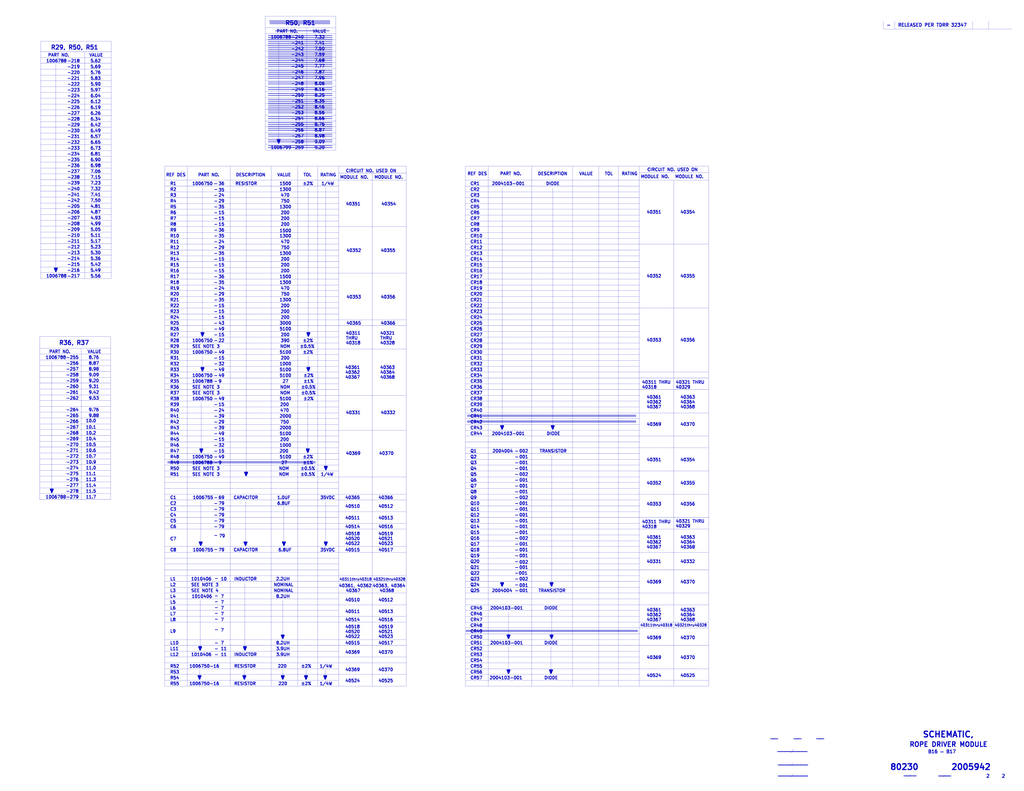
<source format=kicad_sch>
(kicad_sch (version 20211123) (generator eeschema)
  (paper "E")
  (polyline (pts (xy 179.705 400.05) (xy 369.57 400.05)) (stroke (width 0) (type solid)))
  (polyline (pts (xy 508 565.15) (xy 773.43 565.15)) (stroke (width 0) (type solid)))
  (polyline (pts (xy 59.69 293.0652) (xy 62.23 293.0652)) (stroke (width 1.524) (type solid)))
  (polyline (pts (xy 308.61 741.3752) (xy 307.34 738.2002)) (stroke (width 1.524) (type solid)))
  (polyline (pts (xy 508 596.9) (xy 697.865 596.9)) (stroke (width 0) (type solid)))
  (polyline (pts (xy 44.45 215.265) (xy 121.285 215.265)) (stroke (width 0) (type solid)))
  (polyline (pts (xy 179.705 533.4) (xy 369.57 533.4)) (stroke (width 0) (type solid)))
  (polyline (pts (xy 554.99 735.0252) (xy 553.72 731.8502)) (stroke (width 1.524) (type solid)))
  (polyline (pts (xy 289.56 36.83) (xy 366.395 36.83)) (stroke (width 0) (type solid)))
  (polyline (pts (xy 62.23 293.0652) (xy 60.96 296.2402)) (stroke (width 1.524) (type solid)))
  (polyline (pts (xy 56.515 394.97) (xy 56.515 537.21)) (stroke (width 0) (type solid)))
  (polyline (pts (xy 179.705 463.55) (xy 369.57 463.55)) (stroke (width 0) (type solid)))
  (polyline (pts (xy 353.695 738.2002) (xy 356.235 738.2002)) (stroke (width 1.524) (type solid)))
  (polyline (pts (xy 508 241.3) (xy 697.865 241.3)) (stroke (width 0) (type solid)))
  (polyline (pts (xy 304.165 155.9052) (xy 302.895 152.7302)) (stroke (width 1.524) (type solid)))
  (polyline (pts (xy 300.355 33.655) (xy 359.41 33.655)) (stroke (width 0.508) (type solid)))
  (polyline (pts (xy 292.735 53.6956) (xy 362.585 53.6956)) (stroke (width 0.508) (type solid)))
  (polyline (pts (xy 44.45 45.085) (xy 121.285 45.085)) (stroke (width 0) (type solid)))
  (polyline (pts (xy 602.615 731.8502) (xy 601.345 735.0252)) (stroke (width 1.524) (type solid)))
  (polyline (pts (xy 269.875 515.9502) (xy 268.605 519.1252)) (stroke (width 1.524) (type solid)))
  (polyline (pts (xy 964.1332 23.3172) (xy 964.1332 31.6738)) (stroke (width 0) (type solid)))
  (polyline (pts (xy 508 355.6) (xy 697.865 355.6)) (stroke (width 0) (type solid)))
  (polyline (pts (xy 508 704.85) (xy 773.43 704.85)) (stroke (width 0) (type solid)))
  (polyline (pts (xy 179.705 292.1) (xy 369.57 292.1)) (stroke (width 0) (type solid)))
  (polyline (pts (xy 292.735 129.5908) (xy 362.585 129.5908)) (stroke (width 0.508) (type solid)))
  (polyline (pts (xy 508 577.85) (xy 773.43 577.85)) (stroke (width 0) (type solid)))
  (polyline (pts (xy 773.43 181.61) (xy 773.43 749.3)) (stroke (width 0) (type solid)))
  (polyline (pts (xy 179.705 349.25) (xy 443.23 349.25)) (stroke (width 0) (type solid)))
  (polyline (pts (xy 44.45 285.115) (xy 121.285 285.115)) (stroke (width 0) (type solid)))
  (polyline (pts (xy 43.18 412.115) (xy 120.65 412.115)) (stroke (width 0) (type solid)))
  (polyline (pts (xy 302.895 152.7302) (xy 305.435 152.7302)) (stroke (width 1.524) (type solid)))
  (polyline (pts (xy 292.735 60.0202) (xy 362.585 60.0202)) (stroke (width 0.508) (type solid)))
  (polyline (pts (xy 57.785 534.3652) (xy 56.515 537.5402)) (stroke (width 1.524) (type solid)))
  (polyline (pts (xy 179.705 539.75) (xy 443.23 539.75)) (stroke (width 0) (type solid)))
  (polyline (pts (xy 508 571.5) (xy 697.865 571.5)) (stroke (width 0) (type solid)))
  (polyline (pts (xy 292.735 38.9382) (xy 362.585 38.9382)) (stroke (width 0.508) (type solid)))
  (polyline (pts (xy 292.735 70.5612) (xy 362.585 70.5612)) (stroke (width 0.508) (type solid)))
  (polyline (pts (xy 508 361.95) (xy 697.865 361.95)) (stroke (width 0) (type solid)))
  (polyline (pts (xy 292.735 57.912) (xy 362.585 57.912)) (stroke (width 0.508) (type solid)))
  (polyline (pts (xy 43.18 494.665) (xy 120.65 494.665)) (stroke (width 0) (type solid)))
  (polyline (pts (xy 294.64 25.8064) (xy 360.045 25.8064)) (stroke (width 0.508) (type solid)))
  (polyline (pts (xy 44.45 266.065) (xy 121.285 266.065)) (stroke (width 0) (type solid)))
  (polyline (pts (xy 508 438.15) (xy 697.865 438.15)) (stroke (width 0) (type solid)))
  (polyline (pts (xy 43.18 443.865) (xy 120.65 443.865)) (stroke (width 0) (type solid)))
  (polyline (pts (xy 508 628.65) (xy 697.865 628.65)) (stroke (width 0) (type solid)))
  (polyline (pts (xy 289.56 132.08) (xy 366.395 132.08)) (stroke (width 0) (type solid)))
  (polyline (pts (xy 309.88 595.3252) (xy 308.61 592.1502)) (stroke (width 1.524) (type solid)))
  (polyline (pts (xy 336.55 365.76) (xy 336.55 205.105)) (stroke (width 0) (type solid)))
  (polyline (pts (xy 292.735 78.994) (xy 362.585 78.994)) (stroke (width 0.508) (type solid)))
  (polyline (pts (xy 179.705 520.7) (xy 443.23 520.7)) (stroke (width 0) (type solid)))
  (polyline (pts (xy 508 495.3) (xy 697.865 495.3)) (stroke (width 0) (type solid)))
  (polyline (pts (xy 580.39 181.61) (xy 580.39 749.3)) (stroke (width 0) (type solid)))
  (polyline (pts (xy 268.605 519.1252) (xy 267.335 515.9502)) (stroke (width 1.524) (type solid)))
  (polyline (pts (xy 508 730.25) (xy 773.43 730.25)) (stroke (width 0) (type solid)))
  (polyline (pts (xy 601.345 734.06) (xy 601.345 706.12)) (stroke (width 0) (type solid)))
  (polyline (pts (xy 43.18 481.965) (xy 120.65 481.965)) (stroke (width 0) (type solid)))
  (polyline (pts (xy 179.705 266.7) (xy 369.57 266.7)) (stroke (width 0) (type solid)))
  (polyline (pts (xy 556.26 693.7502) (xy 554.99 696.9252)) (stroke (width 1.524) (type solid)))
  (polyline (pts (xy 44.45 94.615) (xy 121.285 94.615)) (stroke (width 0) (type solid)))
  (polyline (pts (xy 508 476.25) (xy 773.43 476.25)) (stroke (width 0) (type solid)))
  (polyline (pts (xy 508 660.4) (xy 773.43 660.4)) (stroke (width 0) (type solid)))
  (polyline (pts (xy 604.52 465.1502) (xy 603.25 468.3252)) (stroke (width 1.524) (type solid)))
  (polyline (pts (xy 600.71 693.7502) (xy 603.25 693.7502)) (stroke (width 1.524) (type solid)))
  (polyline (pts (xy 44.45 202.565) (xy 121.285 202.565)) (stroke (width 0) (type solid)))
  (polyline (pts (xy 603.25 693.7502) (xy 601.98 696.9252)) (stroke (width 1.524) (type solid)))
  (polyline (pts (xy 508 501.65) (xy 697.865 501.65)) (stroke (width 0) (type solid)))
  (polyline (pts (xy 292.735 123.2662) (xy 362.585 123.2662)) (stroke (width 0.508) (type solid)))
  (polyline (pts (xy 292.735 148.5646) (xy 362.585 148.5646)) (stroke (width 0.508) (type solid)))
  (polyline (pts (xy 265.43 738.2002) (xy 267.97 738.2002)) (stroke (width 1.524) (type solid)))
  (polyline (pts (xy 1061.5422 23.3172) (xy 1061.5422 31.6738)) (stroke (width 0) (type solid)))
  (polyline (pts (xy 43.18 526.415) (xy 120.65 526.415)) (stroke (width 0) (type solid)))
  (polyline (pts (xy 55.245 534.3652) (xy 57.785 534.3652)) (stroke (width 1.524) (type solid)))
  (polyline (pts (xy 44.45 100.965) (xy 121.285 100.965)) (stroke (width 0) (type solid)))
  (polyline (pts (xy 43.18 475.615) (xy 120.65 475.615)) (stroke (width 0) (type solid)))
  (polyline (pts (xy 179.705 654.05) (xy 369.57 654.05)) (stroke (width 0) (type solid)))
  (polyline (pts (xy 179.705 571.5) (xy 443.23 571.5)) (stroke (width 0) (type solid)))
  (polyline (pts (xy 43.18 450.215) (xy 120.65 450.215)) (stroke (width 0) (type solid)))
  (polyline (pts (xy 325.12 749.3) (xy 325.12 181.61)) (stroke (width 0) (type solid)))
  (polyline (pts (xy 337.82 363.5502) (xy 336.55 366.7252)) (stroke (width 1.524) (type solid)))
  (polyline (pts (xy 508 317.5) (xy 697.865 317.5)) (stroke (width 0) (type solid)))
  (polyline (pts (xy 354.965 741.045) (xy 354.965 731.52)) (stroke (width 0) (type solid)))
  (polyline (pts (xy 44.45 227.965) (xy 121.285 227.965)) (stroke (width 0) (type solid)))
  (polyline (pts (xy 179.705 635) (xy 443.23 635)) (stroke (width 0) (type solid)))
  (polyline (pts (xy 88.9 545.465) (xy 88.9 380.365)) (stroke (width 0) (type solid)))
  (polyline (pts (xy 44.45 247.015) (xy 121.285 247.015)) (stroke (width 0) (type solid)))
  (polyline (pts (xy 60.96 296.545) (xy 60.96 70.485)) (stroke (width 0) (type solid)))
  (polyline (pts (xy 964.1332 31.6738) (xy 1104.7222 31.6738)) (stroke (width 0) (type solid)))
  (polyline (pts (xy 44.45 120.015) (xy 121.285 120.015)) (stroke (width 0) (type solid)))
  (polyline (pts (xy 220.98 365.76) (xy 220.98 205.105)) (stroke (width 0) (type solid)))
  (polyline (pts (xy 508 419.1) (xy 697.865 419.1)) (stroke (width 0) (type solid)))
  (polyline (pts (xy 307.34 693.7502) (xy 309.88 693.7502)) (stroke (width 1.524) (type solid)))
  (polyline (pts (xy 179.705 444.5) (xy 369.57 444.5)) (stroke (width 0) (type solid)))
  (polyline (pts (xy 179.705 406.4) (xy 369.57 406.4)) (stroke (width 0) (type solid)))
  (polyline (pts (xy 179.705 247.65) (xy 443.23 247.65)) (stroke (width 0) (type solid)))
  (polyline (pts (xy 218.44 709.6252) (xy 217.17 706.4502)) (stroke (width 1.524) (type solid)))
  (polyline (pts (xy 601.98 639.7752) (xy 600.71 636.6002)) (stroke (width 1.524) (type solid)))
  (polyline (pts (xy 44.45 107.315) (xy 121.285 107.315)) (stroke (width 0) (type solid)))
  (polyline (pts (xy 508 412.75) (xy 773.43 412.75)) (stroke (width 0) (type solid)))
  (polyline (pts (xy 332.74 738.2002) (xy 335.28 738.2002)) (stroke (width 1.524) (type solid)))
  (polyline (pts (xy 219.71 706.4502) (xy 218.44 709.6252)) (stroke (width 1.524) (type solid)))
  (polyline (pts (xy 863.1682 837.0316) (xy 866.3432 832.5866)) (stroke (width 0) (type solid)))
  (polyline (pts (xy 44.45 75.565) (xy 121.285 75.565)) (stroke (width 0) (type solid)))
  (polyline (pts (xy 269.24 592.1502) (xy 267.97 595.3252)) (stroke (width 1.524) (type solid)))
  (polyline (pts (xy 308.61 696.595) (xy 308.61 655.32)) (stroke (width 0) (type solid)))
  (polyline (pts (xy 508 635) (xy 697.865 635)) (stroke (width 0) (type solid)))
  (polyline (pts (xy 289.56 100.33) (xy 366.395 100.33)) (stroke (width 0) (type solid)))
  (polyline (pts (xy 508 584.2) (xy 697.865 584.2)) (stroke (width 0) (type solid)))
  (polyline (pts (xy 267.97 594.995) (xy 267.97 547.37)) (stroke (width 0) (type solid)))
  (polyline (pts (xy 289.56 55.88) (xy 366.395 55.88)) (stroke (width 0) (type solid)))
  (polyline (pts (xy 295.91 181.61) (xy 295.91 749.3)) (stroke (width 0) (type solid)))
  (polyline (pts (xy 220.98 404.8252) (xy 219.71 401.6502)) (stroke (width 1.524) (type solid)))
  (polyline (pts (xy 44.45 208.915) (xy 121.285 208.915)) (stroke (width 0) (type solid)))
  (polyline (pts (xy 179.705 628.65) (xy 443.23 628.65)) (stroke (width 0) (type solid)))
  (polyline (pts (xy 366.395 17.78) (xy 366.395 163.83)) (stroke (width 0) (type solid)))
  (polyline (pts (xy 508 368.3) (xy 697.865 368.3)) (stroke (width 0) (type solid)))
  (polyline (pts (xy 179.705 711.2) (xy 369.57 711.2)) (stroke (width 0) (type solid)))
  (polyline (pts (xy 43.18 367.665) (xy 120.65 367.665)) (stroke (width 0) (type solid)))
  (polyline (pts (xy 292.735 121.158) (xy 362.585 121.158)) (stroke (width 0.508) (type solid)))
  (polyline (pts (xy 220.345 592.1502) (xy 219.075 595.3252)) (stroke (width 1.524) (type solid)))
  (polyline (pts (xy 292.735 119.0498) (xy 362.585 119.0498)) (stroke (width 0.508) (type solid)))
  (polyline (pts (xy 179.705 279.4) (xy 369.57 279.4)) (stroke (width 0) (type solid)))
  (polyline (pts (xy 546.735 465.1502) (xy 549.275 465.1502)) (stroke (width 1.524) (type solid)))
  (polyline (pts (xy 508 514.35) (xy 773.43 514.35)) (stroke (width 0) (type solid)))
  (polyline (pts (xy 179.705 495.3) (xy 369.57 495.3)) (stroke (width 0) (type solid)))
  (polyline (pts (xy 179.705 609.6) (xy 369.57 609.6)) (stroke (width 0) (type solid)))
  (polyline (pts (xy 508 527.05) (xy 697.865 527.05)) (stroke (width 0) (type solid)))
  (polyline (pts (xy 508 508) (xy 697.865 508)) (stroke (width 0) (type solid)))
  (polyline (pts (xy 179.705 666.75) (xy 369.57 666.75)) (stroke (width 0) (type solid)))
  (polyline (pts (xy 508 266.7) (xy 773.43 266.7)) (stroke (width 0) (type solid)))
  (polyline (pts (xy 218.44 708.66) (xy 218.44 655.32)) (stroke (width 0) (type solid)))
  (polyline (pts (xy 179.705 438.15) (xy 369.57 438.15)) (stroke (width 0) (type solid)))
  (polyline (pts (xy 44.45 62.865) (xy 121.285 62.865)) (stroke (width 0) (type solid)))
  (polyline (pts (xy 508 520.7) (xy 697.865 520.7)) (stroke (width 0) (type solid)))
  (polyline (pts (xy 292.735 45.2628) (xy 362.585 45.2628)) (stroke (width 0.508) (type solid)))
  (polyline (pts (xy 508 393.7) (xy 697.865 393.7)) (stroke (width 0) (type solid)))
  (polyline (pts (xy 179.705 749.3) (xy 443.23 749.3)) (stroke (width 0) (type solid)))
  (polyline (pts (xy 44.45 304.165) (xy 121.285 304.165)) (stroke (width 0) (type solid)))
  (polyline (pts (xy 601.98 696.595) (xy 601.98 668.02)) (stroke (width 0) (type solid)))
  (polyline (pts (xy 508 736.6) (xy 697.865 736.6)) (stroke (width 0) (type solid)))
  (polyline (pts (xy 179.705 254) (xy 369.57 254)) (stroke (width 0) (type solid)))
  (polyline (pts (xy 508 374.65) (xy 697.865 374.65)) (stroke (width 0) (type solid)))
  (polyline (pts (xy 508 425.45) (xy 773.43 425.45)) (stroke (width 0) (type solid)))
  (polyline (pts (xy 179.705 368.3) (xy 369.57 368.3)) (stroke (width 0) (type solid)))
  (polyline (pts (xy 43.18 405.765) (xy 120.65 405.765)) (stroke (width 0) (type solid)))
  (polyline (pts (xy 43.18 507.365) (xy 120.65 507.365)) (stroke (width 0) (type solid)))
  (polyline (pts (xy 309.88 738.2002) (xy 308.61 741.3752)) (stroke (width 1.524) (type solid)))
  (polyline (pts (xy 508 400.05) (xy 697.865 400.05)) (stroke (width 0) (type solid)))
  (polyline (pts (xy 179.705 215.9) (xy 369.57 215.9)) (stroke (width 0) (type solid)))
  (polyline (pts (xy 508 558.8) (xy 697.865 558.8)) (stroke (width 0) (type solid)))
  (polyline (pts (xy 554.99 734.695) (xy 554.99 706.12)) (stroke (width 0) (type solid)))
  (polyline (pts (xy 508 546.1) (xy 697.865 546.1)) (stroke (width 0) (type solid)))
  (polyline (pts (xy 508 685.8) (xy 773.43 685.8)) (stroke (width 0) (type solid)))
  (polyline (pts (xy 508 406.4) (xy 773.43 406.4)) (stroke (width 0) (type solid)))
  (polyline (pts (xy 267.97 595.3252) (xy 266.7 592.1502)) (stroke (width 1.524) (type solid)))
  (polyline (pts (xy 292.735 133.8072) (xy 362.585 133.8072)) (stroke (width 0.508) (type solid)))
  (polyline (pts (xy 292.735 85.3186) (xy 362.585 85.3186)) (stroke (width 0.508) (type solid)))
  (polyline (pts (xy 305.435 152.7302) (xy 304.165 155.9052)) (stroke (width 1.524) (type solid)))
  (polyline (pts (xy 508 717.55) (xy 697.865 717.55)) (stroke (width 0) (type solid)))
  (polyline (pts (xy 336.55 403.86) (xy 336.55 388.62)) (stroke (width 0) (type solid)))
  (polyline (pts (xy 289.56 81.28) (xy 366.395 81.28)) (stroke (width 0) (type solid)))
  (polyline (pts (xy 675.005 749.3) (xy 675.005 181.61)) (stroke (width 0) (type solid)))
  (polyline (pts (xy 289.56 87.63) (xy 366.395 87.63)) (stroke (width 0) (type solid)))
  (polyline (pts (xy 549.275 636.6002) (xy 548.005 639.7752)) (stroke (width 1.524) (type solid)))
  (polyline (pts (xy 44.45 88.265) (xy 121.285 88.265)) (stroke (width 0) (type solid)))
  (polyline (pts (xy 217.17 706.4502) (xy 219.71 706.4502)) (stroke (width 1.524) (type solid)))
  (polyline (pts (xy 179.705 228.6) (xy 369.57 228.6)) (stroke (width 0) (type solid)))
  (polyline (pts (xy 292.735 91.6432) (xy 362.585 91.6432)) (stroke (width 0.508) (type solid)))
  (polyline (pts (xy 43.18 424.815) (xy 120.65 424.815)) (stroke (width 0) (type solid)))
  (polyline (pts (xy 508 330.2) (xy 697.865 330.2)) (stroke (width 0) (type solid)))
  (polyline (pts (xy 354.33 592.1502) (xy 356.87 592.1502)) (stroke (width 1.524) (type solid)))
  (polyline (pts (xy 179.705 241.3) (xy 369.57 241.3)) (stroke (width 0) (type solid)))
  (polyline (pts (xy 601.98 465.1502) (xy 604.52 465.1502)) (stroke (width 1.524) (type solid)))
  (polyline (pts (xy 292.735 47.371) (xy 362.585 47.371)) (stroke (width 0.508) (type solid)))
  (polyline (pts (xy 289.56 163.83) (xy 289.56 17.78)) (stroke (width 0) (type solid)))
  (polyline (pts (xy 508 469.9) (xy 697.865 469.9)) (stroke (width 0) (type solid)))
  (polyline (pts (xy 508 222.25) (xy 697.865 222.25)) (stroke (width 0) (type solid)))
  (polyline (pts (xy 508 698.5) (xy 697.865 698.5)) (stroke (width 0) (type solid)))
  (polyline (pts (xy 179.705 615.95) (xy 369.57 615.95)) (stroke (width 0) (type solid)))
  (polyline (pts (xy 292.735 72.6694) (xy 362.585 72.6694)) (stroke (width 0.508) (type solid)))
  (polyline (pts (xy 179.705 381) (xy 443.23 381)) (stroke (width 0) (type solid)))
  (polyline (pts (xy 44.45 145.415) (xy 121.285 145.415)) (stroke (width 0) (type solid)))
  (polyline (pts (xy 334.645 490.5502) (xy 337.185 490.5502)) (stroke (width 1.524) (type solid)))
  (polyline (pts (xy 508 692.15) (xy 697.865 692.15)) (stroke (width 0) (type solid)))
  (polyline (pts (xy 406.4 189.23) (xy 406.4 749.3)) (stroke (width 0) (type solid)))
  (polyline (pts (xy 179.705 317.5) (xy 369.57 317.5)) (stroke (width 0) (type solid)))
  (polyline (pts (xy 289.56 151.13) (xy 366.395 151.13)) (stroke (width 0) (type solid)))
  (polyline (pts (xy 179.705 419.1) (xy 369.57 419.1)) (stroke (width 0) (type solid)))
  (polyline (pts (xy 554.99 696.9252) (xy 553.72 693.7502)) (stroke (width 1.524) (type solid)))
  (polyline (pts (xy 179.705 469.9) (xy 443.23 469.9)) (stroke (width 0) (type solid)))
  (polyline (pts (xy 292.735 159.1056) (xy 362.585 159.1056)) (stroke (width 0.508) (type solid)))
  (polyline (pts (xy 508 381) (xy 697.865 381)) (stroke (width 0) (type solid)))
  (polyline (pts (xy 508 641.35) (xy 697.865 641.35)) (stroke (width 0) (type solid)))
  (polyline (pts (xy 509.905 453.39) (xy 694.055 453.39)) (stroke (width 0.508) (type solid)))
  (polyline (pts (xy 292.735 108.5088) (xy 362.585 108.5088)) (stroke (width 0.508) (type solid)))
  (polyline (pts (xy 508 457.2) (xy 697.865 457.2)) (stroke (width 0) (type solid)))
  (polyline (pts (xy 289.56 157.48) (xy 366.395 157.48)) (stroke (width 0) (type solid)))
  (polyline (pts (xy 179.705 273.05) (xy 369.57 273.05)) (stroke (width 0) (type solid)))
  (polyline (pts (xy 182.88 504.19) (xy 344.17 504.19)) (stroke (width 0.508) (type solid)))
  (polyline (pts (xy 292.735 83.2104) (xy 362.585 83.2104)) (stroke (width 0.508) (type solid)))
  (polyline (pts (xy 991.7176 848.3346) (xy 994.2576 845.7946)) (stroke (width 0) (type solid)))
  (polyline (pts (xy 508 552.45) (xy 697.865 552.45)) (stroke (width 0) (type solid)))
  (polyline (pts (xy 336.55 404.8252) (xy 335.28 401.6502)) (stroke (width 1.524) (type solid)))
  (polyline (pts (xy 43.18 431.165) (xy 120.65 431.165)) (stroke (width 0) (type solid)))
  (polyline (pts (xy 309.88 594.36) (xy 309.88 553.72)) (stroke (width 0) (type solid)))
  (polyline (pts (xy 179.705 476.25) (xy 369.57 476.25)) (stroke (width 0) (type solid)))
  (polyline (pts (xy 508 463.55) (xy 697.865 463.55)) (stroke (width 0) (type solid)))
  (polyline (pts (xy 869.5182 807.8216) (xy 871.4232 805.2816)) (stroke (width 0) (type solid)))
  (polyline (pts (xy 292.735 142.24) (xy 362.585 142.24)) (stroke (width 0.508) (type solid)))
  (polyline (pts (xy 304.165 45.085) (xy 304.165 156.21)) (stroke (width 0) (type solid)))
  (polyline (pts (xy 179.705 260.35) (xy 369.57 260.35)) (stroke (width 0) (type solid)))
  (polyline (pts (xy 334.01 741.045) (xy 334.01 731.52)) (stroke (width 0) (type solid)))
  (polyline (pts (xy 60.96 296.2402) (xy 59.69 293.0652)) (stroke (width 1.524) (type solid)))
  (polyline (pts (xy 289.56 43.18) (xy 366.395 43.18)) (stroke (width 0) (type solid)))
  (polyline (pts (xy 44.45 69.215) (xy 121.285 69.215)) (stroke (width 0) (type solid)))
  (polyline (pts (xy 508 539.75) (xy 773.43 539.75)) (stroke (width 0) (type solid)))
  (polyline (pts (xy 354.965 741.3752) (xy 353.695 738.2002)) (stroke (width 1.524) (type solid)))
  (polyline (pts (xy 44.45 297.815) (xy 121.285 297.815)) (stroke (width 0) (type solid)))
  (polyline (pts (xy 292.735 62.1284) (xy 362.585 62.1284)) (stroke (width 0.508) (type solid)))
  (polyline (pts (xy 294.005 22.86) (xy 360.045 22.86)) (stroke (width 0.508) (type solid)))
  (polyline (pts (xy 508 533.4) (xy 697.865 533.4)) (stroke (width 0) (type solid)))
  (polyline (pts (xy 308.61 696.9252) (xy 307.34 693.7502)) (stroke (width 1.524) (type solid)))
  (polyline (pts (xy 508 285.75) (xy 697.865 285.75)) (stroke (width 0) (type solid)))
  (polyline (pts (xy 217.805 592.1502) (xy 220.345 592.1502)) (stroke (width 1.524) (type solid)))
  (polyline (pts (xy 266.065 706.4502) (xy 268.605 706.4502)) (stroke (width 1.524) (type solid)))
  (polyline (pts (xy 508 254) (xy 697.865 254)) (stroke (width 0) (type solid)))
  (polyline (pts (xy 43.18 532.765) (xy 120.65 532.765)) (stroke (width 0) (type solid)))
  (polyline (pts (xy 289.56 93.98) (xy 366.395 93.98)) (stroke (width 0) (type solid)))
  (polyline (pts (xy 509.905 461.01) (xy 694.055 461.01)) (stroke (width 0.508) (type solid)))
  (polyline (pts (xy 179.705 660.4) (xy 443.23 660.4)) (stroke (width 0) (type solid)))
  (polyline (pts (xy 546.735 636.6002) (xy 549.275 636.6002)) (stroke (width 1.524) (type solid)))
  (polyline (pts (xy 508 311.15) (xy 697.865 311.15)) (stroke (width 0) (type solid)))
  (polyline (pts (xy 356.235 738.2002) (xy 354.965 741.3752)) (stroke (width 1.524) (type solid)))
  (polyline (pts (xy 508 279.4) (xy 697.865 279.4)) (stroke (width 0) (type solid)))
  (polyline (pts (xy 179.705 742.95) (xy 369.57 742.95)) (stroke (width 0) (type solid)))
  (polyline (pts (xy 43.18 367.665) (xy 43.18 545.465)) (stroke (width 0) (type solid)))
  (polyline (pts (xy 508 742.95) (xy 773.43 742.95)) (stroke (width 0) (type solid)))
  (polyline (pts (xy 43.18 456.565) (xy 120.65 456.565)) (stroke (width 0) (type solid)))
  (polyline (pts (xy 44.45 189.865) (xy 121.285 189.865)) (stroke (width 0) (type solid)))
  (polyline (pts (xy 508 654.05) (xy 697.865 654.05)) (stroke (width 0) (type solid)))
  (polyline (pts (xy 292.735 114.8334) (xy 362.585 114.8334)) (stroke (width 0.508) (type solid)))
  (polyline (pts (xy 179.705 577.85) (xy 443.23 577.85)) (stroke (width 0) (type solid)))
  (polyline (pts (xy 508 342.9) (xy 697.865 342.9)) (stroke (width 0) (type solid)))
  (polyline (pts (xy 267.335 708.66) (xy 267.335 636.905)) (stroke (width 0) (type solid)))
  (polyline (pts (xy 179.705 622.3) (xy 369.57 622.3)) (stroke (width 0) (type solid)))
  (polyline (pts (xy 508 234.95) (xy 697.865 234.95)) (stroke (width 0) (type solid)))
  (polyline (pts (xy 292.735 97.9678) (xy 362.585 97.9678)) (stroke (width 0.508) (type solid)))
  (polyline (pts (xy 289.56 163.83) (xy 366.395 163.83)) (stroke (width 0) (type solid)))
  (polyline (pts (xy 292.735 104.2924) (xy 362.585 104.2924)) (stroke (width 0.508) (type solid)))
  (polyline (pts (xy 179.705 323.85) (xy 369.57 323.85)) (stroke (width 0) (type solid)))
  (polyline (pts (xy 355.6 512.7752) (xy 354.33 509.6002)) (stroke (width 1.524) (type solid)))
  (polyline (pts (xy 292.735 152.781) (xy 362.585 152.781)) (stroke (width 0.508) (type solid)))
  (polyline (pts (xy 509.905 454.66) (xy 694.055 454.66)) (stroke (width 0.508) (type solid)))
  (polyline (pts (xy 508 723.9) (xy 697.865 723.9)) (stroke (width 0) (type solid)))
  (polyline (pts (xy 508 273.05) (xy 697.865 273.05)) (stroke (width 0) (type solid)))
  (polyline (pts (xy 508 304.8) (xy 697.865 304.8)) (stroke (width 0) (type solid)))
  (polyline (pts (xy 92.71 56.515) (xy 92.71 304.165)) (stroke (width 0) (type solid)))
  (polyline (pts (xy 44.45 81.915) (xy 121.285 81.915)) (stroke (width 0) (type solid)))
  (polyline (pts (xy 179.705 501.65) (xy 369.57 501.65)) (stroke (width 0) (type solid)))
  (polyline (pts (xy 44.45 158.115) (xy 121.285 158.115)) (stroke (width 0) (type solid)))
  (polyline (pts (xy 44.45 259.715) (xy 121.285 259.715)) (stroke (width 0) (type solid)))
  (polyline (pts (xy 334.645 163.83) (xy 334.645 30.48)) (stroke (width 0) (type solid)))
  (polyline (pts (xy 337.185 490.5502) (xy 335.915 493.7252)) (stroke (width 1.524) (type solid)))
  (polyline (pts (xy 44.45 177.165) (xy 121.285 177.165)) (stroke (width 0) (type solid)))
  (polyline (pts (xy 44.45 56.515) (xy 121.285 56.515)) (stroke (width 0) (type solid)))
  (polyline (pts (xy 292.735 146.4564) (xy 362.585 146.4564)) (stroke (width 0.508) (type solid)))
  (polyline (pts (xy 220.98 490.5502) (xy 219.71 493.7252)) (stroke (width 1.524) (type solid)))
  (polyline (pts (xy 179.705 673.1) (xy 443.23 673.1)) (stroke (width 0) (type solid)))
  (polyline (pts (xy 508 196.85) (xy 773.43 196.85)) (stroke (width 0) (type solid)))
  (polyline (pts (xy 601.98 639.445) (xy 601.98 497.205)) (stroke (width 0) (type solid)))
  (polyline (pts (xy 179.705 209.55) (xy 369.57 209.55)) (stroke (width 0) (type solid)))
  (polyline (pts (xy 508 228.6) (xy 697.865 228.6)) (stroke (width 0) (type solid)))
  (polyline (pts (xy 603.25 468.3252) (xy 601.98 465.1502)) (stroke (width 1.524) (type solid)))
  (polyline (pts (xy 219.075 594.995) (xy 219.075 547.37)) (stroke (width 0) (type solid)))
  (polyline (pts (xy 179.705 330.2) (xy 369.57 330.2)) (stroke (width 0) (type solid)))
  (polyline (pts (xy 697.865 188.595) (xy 773.43 188.595)) (stroke (width 0) (type solid)))
  (polyline (pts (xy 120.65 367.665) (xy 120.65 545.465)) (stroke (width 0) (type solid)))
  (polyline (pts (xy 508 203.2) (xy 697.865 203.2)) (stroke (width 0) (type solid)))
  (polyline (pts (xy 179.705 704.85) (xy 443.23 704.85)) (stroke (width 0) (type solid)))
  (polyline (pts (xy 508 488.95) (xy 773.43 488.95)) (stroke (width 0) (type solid)))
  (polyline (pts (xy 508 323.85) (xy 697.865 323.85)) (stroke (width 0) (type solid)))
  (polyline (pts (xy 43.18 386.715) (xy 120.65 386.715)) (stroke (width 0) (type solid)))
  (polyline (pts (xy 532.765 749.3) (xy 532.765 181.61)) (stroke (width 0) (type solid)))
  (polyline (pts (xy 508 679.45) (xy 773.43 679.45)) (stroke (width 0) (type solid)))
  (polyline (pts (xy 179.705 181.61) (xy 443.23 181.61)) (stroke (width 0) (type solid)))
  (polyline (pts (xy 308.61 592.1502) (xy 311.15 592.1502)) (stroke (width 1.524) (type solid)))
  (polyline (pts (xy 554.99 695.96) (xy 554.99 668.02)) (stroke (width 0) (type solid)))
  (polyline (pts (xy 44.45 221.615) (xy 121.285 221.615)) (stroke (width 0) (type solid)))
  (polyline (pts (xy 1029.5382 848.4616) (xy 1032.0782 845.9216)) (stroke (width 0) (type solid)))
  (polyline (pts (xy 217.805 741.3752) (xy 216.535 738.2002)) (stroke (width 1.524) (type solid)))
  (polyline (pts (xy 179.705 361.95) (xy 369.57 361.95)) (stroke (width 0) (type solid)))
  (polyline (pts (xy 508 444.5) (xy 697.865 444.5)) (stroke (width 0) (type solid)))
  (polyline (pts (xy 43.18 380.365) (xy 120.65 380.365)) (stroke (width 0) (type solid)))
  (polyline (pts (xy 179.705 730.25) (xy 369.57 730.25)) (stroke (width 0) (type solid)))
  (polyline (pts (xy 292.735 76.8858) (xy 362.585 76.8858)) (stroke (width 0.508) (type solid)))
  (polyline (pts (xy 355.6 594.36) (xy 355.6 547.37)) (stroke (width 0) (type solid)))
  (polyline (pts (xy 179.705 336.55) (xy 369.57 336.55)) (stroke (width 0) (type solid)))
  (polyline (pts (xy 508 336.55) (xy 773.43 336.55)) (stroke (width 0) (type solid)))
  (polyline (pts (xy 1078.992 23.3172) (xy 1078.992 31.6738)) (stroke (width 0) (type solid)))
  (polyline (pts (xy 179.705 412.75) (xy 369.57 412.75)) (stroke (width 0) (type solid)))
  (polyline (pts (xy 334.01 741.3752) (xy 332.74 738.2002)) (stroke (width 1.524) (type solid)))
  (polyline (pts (xy 218.44 490.5502) (xy 220.98 490.5502)) (stroke (width 1.524) (type solid)))
  (polyline (pts (xy 179.705 393.7) (xy 369.57 393.7)) (stroke (width 0) (type solid)))
  (polyline (pts (xy 976.6046 23.3172) (xy 976.6046 31.6738)) (stroke (width 0) (type solid)))
  (polyline (pts (xy 179.705 488.95) (xy 369.57 488.95)) (stroke (width 0) (type solid)))
  (polyline (pts (xy 219.075 595.3252) (xy 217.805 592.1502)) (stroke (width 1.524) (type solid)))
  (polyline (pts (xy 44.45 234.315) (xy 121.285 234.315)) (stroke (width 0) (type solid)))
  (polyline (pts (xy 843.4832 807.8216) (xy 845.3882 805.2816)) (stroke (width 0) (type solid)))
  (polyline (pts (xy 43.18 488.315) (xy 120.65 488.315)) (stroke (width 0) (type solid)))
  (polyline (pts (xy 44.45 151.765) (xy 121.285 151.765)) (stroke (width 0) (type solid)))
  (polyline (pts (xy 44.45 126.365) (xy 121.285 126.365)) (stroke (width 0) (type solid)))
  (polyline (pts (xy 179.705 723.9) (xy 443.23 723.9)) (stroke (width 0) (type solid)))
  (polyline (pts (xy 863.1682 822.4266) (xy 866.3432 817.9816)) (stroke (width 0) (type solid)))
  (polyline (pts (xy 355.6 511.81) (xy 355.6 204.47)) (stroke (width 0) (type solid)))
  (polyline (pts (xy 508 482.6) (xy 697.865 482.6)) (stroke (width 0) (type solid)))
  (polyline (pts (xy 508 647.7) (xy 773.43 647.7)) (stroke (width 0) (type solid)))
  (polyline (pts (xy 179.705 457.2) (xy 369.57 457.2)) (stroke (width 0) (type solid)))
  (polyline (pts (xy 56.515 537.5402) (xy 55.245 534.3652)) (stroke (width 1.524) (type solid)))
  (polyline (pts (xy 335.915 492.76) (xy 335.915 439.42)) (stroke (width 0) (type solid)))
  (polyline (pts (xy 44.45 164.465) (xy 121.285 164.465)) (stroke (width 0) (type solid)))
  (polyline (pts (xy 179.705 736.6) (xy 443.23 736.6)) (stroke (width 0) (type solid)))
  (polyline (pts (xy 179.705 596.9) (xy 443.23 596.9)) (stroke (width 0) (type solid)))
  (polyline (pts (xy 335.28 401.6502) (xy 337.82 401.6502)) (stroke (width 1.524) (type solid)))
  (polyline (pts (xy 43.18 539.115) (xy 120.65 539.115)) (stroke (width 0) (type solid)))
  (polyline (pts (xy 508 711.2) (xy 697.865 711.2)) (stroke (width 0) (type solid)))
  (polyline (pts (xy 508 431.8) (xy 697.865 431.8)) (stroke (width 0) (type solid)))
  (polyline (pts (xy 44.45 240.665) (xy 121.285 240.665)) (stroke (width 0) (type solid)))
  (polyline (pts (xy 508 609.6) (xy 697.865 609.6)) (stroke (width 0) (type solid)))
  (polyline (pts (xy 289.56 74.93) (xy 366.395 74.93)) (stroke (width 0) (type solid)))
  (polyline (pts (xy 179.705 565.15) (xy 369.57 565.15)) (stroke (width 0) (type solid)))
  (polyline (pts (xy 292.735 140.1318) (xy 362.585 140.1318)) (stroke (width 0.508) (type solid)))
  (polyline (pts (xy 356.87 592.1502) (xy 355.6 595.3252)) (stroke (width 1.524) (type solid)))
  (polyline (pts (xy 335.28 738.2002) (xy 334.01 741.3752)) (stroke (width 1.524) (type solid)))
  (polyline (pts (xy 292.735 112.7252) (xy 362.585 112.7252)) (stroke (width 0.508) (type solid)))
  (polyline (pts (xy 292.735 135.9154) (xy 362.585 135.9154)) (stroke (width 0.508) (type solid)))
  (polyline (pts (xy 179.705 514.35) (xy 369.57 514.35)) (stroke (width 0) (type solid)))
  (polyline (pts (xy 179.705 603.25) (xy 443.23 603.25)) (stroke (width 0) (type solid)))
  (polyline (pts (xy 292.735 43.1546) (xy 362.585 43.1546)) (stroke (width 0.508) (type solid)))
  (polyline (pts (xy 43.18 418.465) (xy 120.65 418.465)) (stroke (width 0) (type solid)))
  (polyline (pts (xy 548.005 639.7752) (xy 546.735 636.6002)) (stroke (width 1.524) (type solid)))
  (polyline (pts (xy 335.28 363.5502) (xy 337.82 363.5502)) (stroke (width 1.524) (type solid)))
  (polyline (pts (xy 219.71 493.395) (xy 219.71 439.42)) (stroke (width 0) (type solid)))
  (polyline (pts (xy 289.56 68.58) (xy 366.395 68.58)) (stroke (width 0) (type solid)))
  (polyline (pts (xy 217.805 741.045) (xy 217.805 731.52)) (stroke (width 0) (type solid)))
  (polyline (pts (xy 44.45 272.415) (xy 121.285 272.415)) (stroke (width 0) (type solid)))
  (polyline (pts (xy 292.735 110.617) (xy 362.585 110.617)) (stroke (width 0.508) (type solid)))
  (polyline (pts (xy 292.735 66.3448) (xy 362.585 66.3448)) (stroke (width 0.508) (type solid)))
  (polyline (pts (xy 43.18 545.465) (xy 120.65 545.465)) (stroke (width 0) (type solid)))
  (polyline (pts (xy 292.735 41.0464) (xy 362.585 41.0464)) (stroke (width 0.508) (type solid)))
  (polyline (pts (xy 697.865 181.61) (xy 697.865 749.3)) (stroke (width 0) (type solid)))
  (polyline (pts (xy 508 387.35) (xy 697.865 387.35)) (stroke (width 0) (type solid)))
  (polyline (pts (xy 179.705 641.35) (xy 369.57 641.35)) (stroke (width 0) (type solid)))
  (polyline (pts (xy 268.605 518.16) (xy 268.605 205.105)) (stroke (width 0) (type solid)))
  (polyline (pts (xy 44.45 132.715) (xy 121.285 132.715)) (stroke (width 0) (type solid)))
  (polyline (pts (xy 292.735 49.4792) (xy 362.585 49.4792)) (stroke (width 0.508) (type solid)))
  (polyline (pts (xy 894.2832 807.8216) (xy 896.1882 805.2816)) (stroke (width 0) (type solid)))
  (polyline (pts (xy 735.33 196.85) (xy 735.33 749.3)) (stroke (width 0) (type solid)))
  (polyline (pts (xy 549.275 465.1502) (xy 548.005 468.3252)) (stroke (width 1.524) (type solid)))
  (polyline (pts (xy 292.735 64.2366) (xy 362.585 64.2366)) (stroke (width 0.508) (type solid)))
  (polyline (pts (xy 179.705 431.8) (xy 443.23 431.8)) (stroke (width 0) (type solid)))
  (polyline (pts (xy 43.18 437.515) (xy 120.65 437.515)) (stroke (width 0) (type solid)))
  (polyline (pts (xy 44.45 278.765) (xy 121.285 278.765)) (stroke (width 0) (type solid)))
  (polyline (pts (xy 43.18 469.265) (xy 120.65 469.265)) (stroke (width 0) (type solid)))
  (polyline (pts (xy 289.56 49.53) (xy 366.395 49.53)) (stroke (width 0) (type solid)))
  (polyline (pts (xy 179.705 527.05) (xy 369.57 527.05)) (stroke (width 0) (type solid)))
  (polyline (pts (xy 266.7 741.3752) (xy 265.43 738.2002)) (stroke (width 1.524) (type solid)))
  (polyline (pts (xy 179.705 342.9) (xy 369.57 342.9)) (stroke (width 0) (type solid)))
  (polyline (pts (xy 508.635 688.34) (xy 695.96 688.34)) (stroke (width 0.508) (type solid)))
  (polyline (pts (xy 553.72 731.8502) (xy 556.26 731.8502)) (stroke (width 1.524) (type solid)))
  (polyline (pts (xy 600.075 731.8502) (xy 602.615 731.8502)) (stroke (width 1.524) (type solid)))
  (polyline (pts (xy 179.705 285.75) (xy 369.57 285.75)) (stroke (width 0) (type solid)))
  (polyline (pts (xy 44.45 253.365) (xy 121.285 253.365)) (stroke (width 0) (type solid)))
  (polyline (pts (xy 508 622.3) (xy 773.43 622.3)) (stroke (width 0) (type solid)))
  (polyline (pts (xy 292.735 138.0236) (xy 362.585 138.0236)) (stroke (width 0.508) (type solid)))
  (polyline (pts (xy 43.18 501.015) (xy 120.65 501.015)) (stroke (width 0) (type solid)))
  (polyline (pts (xy 292.735 55.8038) (xy 362.585 55.8038)) (stroke (width 0.508) (type solid)))
  (polyline (pts (xy 267.97 738.2002) (xy 266.7 741.3752)) (stroke (width 1.524) (type solid)))
  (polyline (pts (xy 179.705 679.45) (xy 443.23 679.45)) (stroke (width 0) (type solid)))
  (polyline (pts (xy 548.005 467.995) (xy 548.005 205.105)) (stroke (width 0) (type solid)))
  (polyline (pts (xy 179.705 196.85) (xy 443.23 196.85)) (stroke (width 0) (type solid)))
  (polyline (pts (xy 179.705 558.8) (xy 443.23 558.8)) (stroke (width 0) (type solid)))
  (polyline (pts (xy 653.415 181.61) (xy 653.415 749.3)) (stroke (width 0) (type solid)))
  (polyline (pts (xy 311.15 592.1502) (xy 309.88 595.3252)) (stroke (width 1.524) (type solid)))
  (polyline (pts (xy 44.45 196.215) (xy 121.285 196.215)) (stroke (width 0) (type solid)))
  (polyline (pts (xy 508 673.1) (xy 697.865 673.1)) (stroke (width 0) (type solid)))
  (polyline (pts (xy 179.705 222.25) (xy 369.57 222.25)) (stroke (width 0) (type solid)))
  (polyline (pts (xy 292.735 161.2138) (xy 362.585 161.2138)) (stroke (width 0.508) (type solid)))
  (polyline (pts (xy 354.33 509.6002) (xy 356.87 509.6002)) (stroke (width 1.524) (type solid)))
  (polyline (pts (xy 308.61 741.045) (xy 308.61 731.52)) (stroke (width 0) (type solid)))
  (polyline (pts (xy 863.1682 849.0966) (xy 866.3432 844.6516)) (stroke (width 0) (type solid)))
  (polyline (pts (xy 179.705 647.7) (xy 443.23 647.7)) (stroke (width 0) (type solid)))
  (polyline (pts (xy 508 292.1) (xy 697.865 292.1)) (stroke (width 0) (type solid)))
  (polyline (pts (xy 356.87 509.6002) (xy 355.6 512.7752)) (stroke (width 1.524) (type solid)))
  (polyline (pts (xy 508 349.25) (xy 697.865 349.25)) (stroke (width 0) (type solid)))
  (polyline (pts (xy 179.705 181.61) (xy 179.705 749.3)) (stroke (width 0) (type solid)))
  (polyline (pts (xy 179.705 203.2) (xy 369.57 203.2)) (stroke (width 0) (type solid)))
  (polyline (pts (xy 443.23 181.61) (xy 443.23 749.3)) (stroke (width 0) (type solid)))
  (polyline (pts (xy 292.735 102.1842) (xy 362.585 102.1842)) (stroke (width 0.508) (type solid)))
  (polyline (pts (xy 508 181.61) (xy 773.43 181.61)) (stroke (width 0) (type solid)))
  (polyline (pts (xy 508 209.55) (xy 697.865 209.55)) (stroke (width 0) (type solid)))
  (polyline (pts (xy 508 247.65) (xy 697.865 247.65)) (stroke (width 0) (type solid)))
  (polyline (pts (xy 179.705 546.1) (xy 443.23 546.1)) (stroke (width 0) (type solid)))
  (polyline (pts (xy 292.735 95.8596) (xy 362.585 95.8596)) (stroke (width 0.508) (type solid)))
  (polyline (pts (xy 204.47 181.61) (xy 204.47 749.3)) (stroke (width 0) (type solid)))
  (polyline (pts (xy 556.26 731.8502) (xy 554.99 735.0252)) (stroke (width 1.524) (type solid)))
  (polyline (pts (xy 346.71 182.245) (xy 346.71 749.3)) (stroke (width 0) (type solid)))
  (polyline (pts (xy 219.71 363.5502) (xy 222.25 363.5502)) (stroke (width 1.524) (type solid)))
  (polyline (pts (xy 292.735 154.8892) (xy 362.585 154.8892)) (stroke (width 0.508) (type solid)))
  (polyline (pts (xy 43.18 520.065) (xy 120.65 520.065)) (stroke (width 0) (type solid)))
  (polyline (pts (xy 179.705 355.6) (xy 443.23 355.6)) (stroke (width 0) (type solid)))
  (polyline (pts (xy 44.45 170.815) (xy 121.285 170.815)) (stroke (width 0) (type solid)))
  (polyline (pts (xy 336.55 366.7252) (xy 335.28 363.5502)) (stroke (width 1.524) (type solid)))
  (polyline (pts (xy 600.71 636.6002) (xy 603.25 636.6002)) (stroke (width 1.524) (type solid)))
  (polyline (pts (xy 289.56 119.38) (xy 366.395 119.38)) (stroke (width 0) (type solid)))
  (polyline (pts (xy 179.705 387.35) (xy 369.57 387.35)) (stroke (width 0) (type solid)))
  (polyline (pts (xy 601.345 735.0252) (xy 600.075 731.8502)) (stroke (width 1.524) (type solid)))
  (polyline (pts (xy 43.18 513.715) (xy 120.65 513.715)) (stroke (width 0) (type solid)))
  (polyline (pts (xy 292.735 89.535) (xy 362.585 89.535)) (stroke (width 0.508) (type solid)))
  (polyline (pts (xy 309.88 693.7502) (xy 308.61 696.9252)) (stroke (width 1.524) (type solid)))
  (polyline (pts (xy 335.915 493.7252) (xy 334.645 490.5502)) (stroke (width 1.524) (type solid)))
  (polyline (pts (xy 179.705 717.55) (xy 443.23 717.55)) (stroke (width 0) (type solid)))
  (polyline (pts (xy 292.735 81.1022) (xy 362.585 81.1022)) (stroke (width 0.508) (type solid)))
  (polyline (pts (xy 553.72 693.7502) (xy 556.26 693.7502)) (stroke (width 1.524) (type solid)))
  (polyline (pts (xy 44.45 304.165) (xy 44.45 45.085)) (stroke (width 0) (type solid)))
  (polyline (pts (xy 294.64 24.3332) (xy 360.045 24.3332)) (stroke (width 0.508) (type solid)))
  (polyline (pts (xy 508 260.35) (xy 697.865 260.35)) (stroke (width 0) (type solid)))
  (polyline (pts (xy 289.56 62.23) (xy 366.395 62.23)) (stroke (width 0) (type solid)))
  (polyline (pts (xy 508 181.61) (xy 508 749.3)) (stroke (width 0) (type solid)))
  (polyline (pts (xy 508 215.9) (xy 697.865 215.9)) (stroke (width 0) (type solid)))
  (polyline (pts (xy 219.075 738.2002) (xy 217.805 741.3752)) (stroke (width 1.524) (type solid)))
  (polyline (pts (xy 44.45 113.665) (xy 121.285 113.665)) (stroke (width 0) (type solid)))
  (polyline (pts (xy 268.605 706.4502) (xy 267.335 709.6252)) (stroke (width 1.524) (type solid)))
  (polyline (pts (xy 219.71 401.6502) (xy 222.25 401.6502)) (stroke (width 1.524) (type solid)))
  (polyline (pts (xy 289.56 113.03) (xy 366.395 113.03)) (stroke (width 0) (type solid)))
  (polyline (pts (xy 548.005 468.3252) (xy 546.735 465.1502)) (stroke (width 1.524) (type solid)))
  (polyline (pts (xy 624.84 749.3) (xy 624.84 181.61)) (stroke (width 0) (type solid)))
  (polyline (pts (xy 289.56 30.48) (xy 366.395 30.48)) (stroke (width 0) (type solid)))
  (polyline (pts (xy 508 666.75) (xy 697.865 666.75)) (stroke (width 0) (type solid)))
  (polyline (pts (xy 179.705 311.15) (xy 369.57 311.15)) (stroke (width 0) (type solid)))
  (polyline (pts (xy 508 603.25) (xy 773.43 603.25)) (stroke (width 0) (type solid)))
  (polyline (pts (xy 44.45 291.465) (xy 121.285 291.465)) (stroke (width 0) (type solid)))
  (polyline (pts (xy 267.335 515.9502) (xy 269.875 515.9502)) (stroke (width 1.524) (type solid)))
  (polyline (pts (xy 222.25 401.6502) (xy 220.98 404.8252)) (stroke (width 1.524) (type solid)))
  (polyline (pts (xy 508 450.85) (xy 773.43 450.85)) (stroke (width 0) (type solid)))
  (polyline (pts (xy 222.25 363.5502) (xy 220.98 366.7252)) (stroke (width 1.524) (type solid)))
  (polyline (pts (xy 179.705 508) (xy 369.57 508)) (stroke (width 0) (type solid)))
  (polyline (pts (xy 220.98 366.7252) (xy 219.71 363.5502)) (stroke (width 1.524) (type solid)))
  (polyline (pts (xy 307.34 738.2002) (xy 309.88 738.2002)) (stroke (width 1.524) (type solid)))
  (polyline (pts (xy 179.705 304.8) (xy 369.57 304.8)) (stroke (width 0) (type solid)))
  (polyline (pts (xy 216.535 738.2002) (xy 219.075 738.2002)) (stroke (width 1.524) (type solid)))
  (polyline (pts (xy 43.18 393.065) (xy 120.65 393.065)) (stroke (width 0) (type solid)))
  (polyline (pts (xy 219.71 493.7252) (xy 218.44 490.5502)) (stroke (width 1.524) (type solid)))
  (polyline (pts (xy 369.57 189.23) (xy 443.23 189.23)) (stroke (width 0) (type solid)))
  (polyline (pts (xy 289.56 17.78) (xy 366.395 17.78)) (stroke (width 0) (type solid)))
  (polyline (pts (xy 292.735 116.9416) (xy 362.585 116.9416)) (stroke (width 0.508) (type solid)))
  (polyline (pts (xy 603.25 467.36) (xy 603.25 205.105)) (stroke (width 0) (type solid)))
  (polyline (pts (xy 337.82 401.6502) (xy 336.55 404.8252)) (stroke (width 1.524) (type solid)))
  (polyline (pts (xy 220.98 403.86) (xy 220.98 388.62)) (stroke (width 0) (type solid)))
  (polyline (pts (xy 355.6 595.3252) (xy 354.33 592.1502)) (stroke (width 1.524) (type solid)))
  (polyline (pts (xy 266.7 741.045) (xy 266.7 731.52)) (stroke (width 0) (type solid)))
  (polyline (pts (xy 182.88 505.46) (xy 344.17 505.46)) (stroke (width 0.508) (type solid)))
  (polyline (pts (xy 292.735 127.4826) (xy 362.585 127.4826)) (stroke (width 0.508) (type solid)))
  (polyline (pts (xy 601.98 696.9252) (xy 600.71 693.7502)) (stroke (width 1.524) (type solid)))
  (polyline (pts (xy 179.705 450.85) (xy 369.57 450.85)) (stroke (width 0) (type solid)))
  (polyline (pts (xy 179.705 425.45) (xy 369.57 425.45)) (stroke (width 0) (type solid)))
  (polyline (pts (xy 289.56 144.78) (xy 366.395 144.78)) (stroke (width 0) (type solid)))
  (polyline (pts (xy 179.705 298.45) (xy 443.23 298.45)) (stroke (width 0) (type solid)))
  (polyline (pts (xy 289.56 138.43) (xy 366.395 138.43)) (stroke (width 0) (type solid)))
  (polyline (pts (xy 508 749.3) (xy 773.43 749.3)) (stroke (width 0) (type solid)))
  (polyline (pts (xy 43.18 462.915) (xy 120.65 462.915)) (stroke (width 0) (type solid)))
  (polyline (pts (xy 508 298.45) (xy 697.865 298.45)) (stroke (width 0) (type solid)))
  (polyline (pts (xy 179.705 552.45) (xy 369.57 552.45)) (stroke (width 0) (type solid)))
  (polyline (pts (xy 179.705 234.95) (xy 369.57 234.95)) (stroke (width 0) (type solid)))
  (polyline (pts (xy 603.25 636.6002) (xy 601.98 639.7752)) (stroke (width 1.524) (type solid)))
  (polyline (pts (xy 179.705 482.6) (xy 369.57 482.6)) (stroke (width 0) (type solid)))
  (polyline (pts (xy 508 590.55) (xy 697.865 590.55)) (stroke (width 0) (type solid)))
  (polyline (pts (xy 44.45 183.515) (xy 121.285 183.515)) (stroke (width 0) (type solid)))
  (polyline (pts (xy 509.905 459.74) (xy 694.055 459.74)) (stroke (width 0.508) (type solid)))
  (polyline (pts (xy 43.18 399.415) (xy 120.65 399.415)) (stroke (width 0) (type solid)))
  (polyline (pts (xy 121.285 45.085) (xy 121.285 304.165)) (stroke (width 0) (type solid)))
  (polyline (pts (xy 292.735 51.5874) (xy 362.585 51.5874)) (stroke (width 0.508) (type solid)))
  (polyline (pts (xy 179.705 698.5) (xy 443.23 698.5)) (stroke (width 0) (type solid)))
  (polyline (pts (xy 179.705 374.65) (xy 369.57 374.65)) (stroke (width 0) (type solid)))
  (polyline (pts (xy 267.335 709.6252) (xy 266.065 706.4502)) (stroke (width 1.524) (type solid)))
  (polyline (pts (xy 292.735 68.453) (xy 362.585 68.453)) (stroke (width 0.508) (type solid)))
  (polyline (pts (xy 266.7 592.1502) (xy 269.24 592.1502)) (stroke (width 1.524) (type solid)))
  (polyline (pts (xy 508.635 689.61) (xy 695.96 689.61)) (stroke (width 0.508) (type solid)))
  (polyline (pts (xy 289.56 125.73) (xy 366.395 125.73)) (stroke (width 0) (type solid)))
  (polyline (pts (xy 289.56 106.68) (xy 366.395 106.68)) (stroke (width 0) (type solid)))
  (polyline (pts (xy 369.57 181.61) (xy 369.57 749.3)) (stroke (width 0) (type solid)))
  (polyline (pts (xy 251.46 749.3) (xy 251.46 181.61)) (stroke (width 0) (type solid)))
  (polyline (pts (xy 508 615.95) (xy 697.865 615.95)) (stroke (width 0) (type solid)))
  (polyline (pts (xy 44.45 139.065) (xy 121.285 139.065)) (stroke (width 0) (type solid)))
  (text "R36" (at 185.42 424.815 0) (effects (font (size 3.302 3.302) (thickness 0.6604) bold) (justify left bottom)))
  (text "40361\n40362\n40367" (at 705.485 599.44 0) (effects (font (size 3.302 3.302) (thickness 0.6604) bold) (justify left bottom)))
  (text "8.35" (at 342.9 112.395 0) (effects (font (size 3.302 3.302) (thickness 0.6604) bold) (justify left bottom)))
  (text "80230" (at 971.1182 841.4766 0) (effects (font (size 6.35 6.35) (thickness 1.27) bold) (justify left bottom)))
  (text "40365" (at 376.555 545.465 0) (effects (font (size 3.302 3.302) (thickness 0.6604) bold) (justify left bottom)))
  (text "-" (at 561.34 583.565 0) (effects (font (size 3.302 3.302) (thickness 0.6604) bold) (justify left bottom)))
  (text "40353" (at 377.825 326.39 0) (effects (font (size 3.302 3.302) (thickness 0.6604) bold) (justify left bottom)))
  (text "±0.5%" (at 327.66 513.715 0) (effects (font (size 3.302 3.302) (thickness 0.6604) bold) (justify left bottom)))
  (text "SEE NOTE 3" (at 208.28 640.715 0) (effects (font (size 3.302 3.302) (thickness 0.6604) bold) (justify left bottom)))
  (text "40361\n40362\n40367" (at 705.485 446.405 0) (effects (font (size 3.302 3.302) (thickness 0.6604) bold) (justify left bottom)))
  (text "CR53" (at 513.08 716.915 0) (effects (font (size 3.302 3.302) (thickness 0.6604) bold) (justify left bottom)))
  (text "001" (at 566.42 507.365 0) (effects (font (size 3.302 3.302) (thickness 0.6604) bold) (justify left bottom)))
  (text "43" (at 238.125 354.965 0) (effects (font (size 3.302 3.302) (thickness 0.6604) bold) (justify left bottom)))
  (text "-" (at 233.045 418.465 0) (effects (font (size 3.302 3.302) (thickness 0.6604) bold) (justify left bottom)))
  (text "±2%" (at 330.2 501.015 0) (effects (font (size 3.302 3.302) (thickness 0.6604) bold) (justify left bottom)))
  (text "R11" (at 185.42 266.065 0) (effects (font (size 3.302 3.302) (thickness 0.6604) bold) (justify left bottom)))
  (text "1300" (at 304.8 208.915 0) (effects (font (size 3.302 3.302) (thickness 0.6604) bold) (justify left bottom)))
  (text "5.49" (at 98.425 297.18 0) (effects (font (size 3.302 3.302) (thickness 0.6604) bold) (justify left bottom)))
  (text "-" (at 561.34 640.715 0) (effects (font (size 3.302 3.302) (thickness 0.6604) bold) (justify left bottom)))
  (text "40513" (at 412.75 567.69 0) (effects (font (size 3.302 3.302) (thickness 0.6604) bold) (justify left bottom)))
  (text "CR27" (at 513.08 367.665 0) (effects (font (size 3.302 3.302) (thickness 0.6604) bold) (justify left bottom)))
  (text "40514" (at 376.555 577.215 0) (effects (font (size 3.302 3.302) (thickness 0.6604) bold) (justify left bottom)))
  (text "8.98" (at 342.9 150.495 0) (effects (font (size 3.302 3.302) (thickness 0.6604) bold) (justify left bottom)))
  (text "-259" (at 71.755 417.83 0) (effects (font (size 3.302 3.302) (thickness 0.6604) bold) (justify left bottom)))
  (text "L10" (at 185.42 704.215 0) (effects (font (size 3.302 3.302) (thickness 0.6604) bold) (justify left bottom)))
  (text "7" (at 240.665 666.115 0) (effects (font (size 3.302 3.302) (thickness 0.6604) bold) (justify left bottom)))
  (text "200" (at 306.07 342.265 0) (effects (font (size 3.302 3.302) (thickness 0.6604) bold) (justify left bottom)))
  (text "-229" (at 73.025 138.43 0) (effects (font (size 3.302 3.302) (thickness 0.6604) bold) (justify left bottom)))
  (text "R50, R51" (at 311.15 27.94 0) (effects (font (size 4.572 4.572) (thickness 0.9144) bold) (justify left bottom)))
  (text "470" (at 305.435 450.215 0) (effects (font (size 3.302 3.302) (thickness 0.6604) bold) (justify left bottom)))
  (text "10.5" (at 93.345 487.68 0) (effects (font (size 3.302 3.302) (thickness 0.6604) bold) (justify left bottom)))
  (text "15" (at 238.125 443.865 0) (effects (font (size 3.302 3.302) (thickness 0.6604) bold) (justify left bottom)))
  (text "-277" (at 71.755 532.13 0) (effects (font (size 3.302 3.302) (thickness 0.6604) bold) (justify left bottom)))
  (text "750" (at 306.07 272.415 0) (effects (font (size 3.302 3.302) (thickness 0.6604) bold) (justify left bottom)))
  (text "-217" (at 73.025 303.53 0) (effects (font (size 3.302 3.302) (thickness 0.6604) bold) (justify left bottom)))
  (text "CR40" (at 513.08 450.215 0) (effects (font (size 3.302 3.302) (thickness 0.6604) bold) (justify left bottom)))
  (text "R32" (at 185.42 399.415 0) (effects (font (size 3.302 3.302) (thickness 0.6604) bold) (justify left bottom)))
  (text "40370" (at 742.315 720.09 0) (effects (font (size 3.302 3.302) (thickness 0.6604) bold) (justify left bottom)))
  (text "-" (at 233.045 329.565 0) (effects (font (size 3.302 3.302) (thickness 0.6604) bold) (justify left bottom)))
  (text "Q5" (at 513.08 520.065 0) (effects (font (size 3.302 3.302) (thickness 0.6604) bold) (justify left bottom)))
  (text "7" (at 240.665 678.815 0) (effects (font (size 3.302 3.302) (thickness 0.6604) bold) (justify left bottom)))
  (text "8.25" (at 342.9 106.045 0) (effects (font (size 3.302 3.302) (thickness 0.6604) bold) (justify left bottom)))
  (text "R39" (at 185.42 443.865 0) (effects (font (size 3.302 3.302) (thickness 0.6604) bold) (justify left bottom)))
  (text "CR34" (at 513.08 412.115 0) (effects (font (size 3.302 3.302) (thickness 0.6604) bold) (justify left bottom)))
  (text "001" (at 566.42 647.065 0) (effects (font (size 3.302 3.302) (thickness 0.6604) bold) (justify left bottom)))
  (text "CR54" (at 513.08 723.265 0) (effects (font (size 3.302 3.302) (thickness 0.6604) bold) (justify left bottom)))
  (text "-234" (at 73.025 170.18 0) (effects (font (size 3.302 3.302) (thickness 0.6604) bold) (justify left bottom)))
  (text "-" (at 233.045 259.715 0) (effects (font (size 3.302 3.302) (thickness 0.6604) bold) (justify left bottom)))
  (text "40511" (at 376.555 567.69 0) (effects (font (size 3.302 3.302) (thickness 0.6604) bold) (justify left bottom)))
  (text "R8" (at 185.42 247.015 0) (effects (font (size 3.302 3.302) (thickness 0.6604) bold) (justify left bottom)))
  (text "-" (at 233.68 665.48 0) (effects (font (size 3.302 3.302) (thickness 0.6604) bold) (justify left bottom)))
  (text "CR15" (at 513.08 291.465 0) (effects (font (size 3.302 3.302) (thickness 0.6604) bold) (justify left bottom)))
  (text "-" (at 233.045 348.615 0) (effects (font (size 3.302 3.302) (thickness 0.6604) bold) (justify left bottom)))
  (text "10.0" (at 93.345 461.645 0) (effects (font (size 3.302 3.302) (thickness 0.6604) bold) (justify left bottom)))
  (text "Q13" (at 513.08 570.865 0) (effects (font (size 3.302 3.302) (thickness 0.6604) bold) (justify left bottom)))
  (text "-" (at 233.045 405.765 0) (effects (font (size 3.302 3.302) (thickness 0.6604) bold) (justify left bottom)))
  (text "CR57" (at 513.08 742.315 0) (effects (font (size 3.302 3.302) (thickness 0.6604) bold) (justify left bottom)))
  (text "CR55" (at 513.08 729.615 0) (effects (font (size 3.302 3.302) (thickness 0.6604) bold) (justify left bottom)))
  (text "001" (at 566.42 596.265 0) (effects (font (size 3.302 3.302) (thickness 0.6604) bold) (justify left bottom)))
  (text "9" (at 238.125 507.365 0) (effects (font (size 3.302 3.302) (thickness 0.6604) bold) (justify left bottom)))
  (text "-" (at 561.34 507.365 0) (effects (font (size 3.302 3.302) (thickness 0.6604) bold) (justify left bottom)))
  (text "6.81" (at 98.425 170.18 0) (effects (font (size 3.302 3.302) (thickness 0.6604) bold) (justify left bottom)))
  (text "-" (at 233.045 570.865 0) (effects (font (size 3.302 3.302) (thickness 0.6604) bold) (justify left bottom)))
  (text "1006788" (at 209.55 418.465 0) (effects (font (size 3.302 3.302) (thickness 0.6604) bold) (justify left bottom)))
  (text "C5" (at 185.42 570.865 0) (effects (font (size 3.302 3.302) (thickness 0.6604) bold) (justify left bottom)))
  (text "002" (at 566.42 545.465 0) (effects (font (size 3.302 3.302) (thickness 0.6604) bold) (justify left bottom)))
  (text "L7" (at 185.42 672.465 0) (effects (font (size 3.302 3.302) (thickness 0.6604) bold) (justify left bottom)))
  (text "200" (at 306.07 393.065 0) (effects (font (size 3.302 3.302) (thickness 0.6604) bold) (justify left bottom)))
  (text "470" (at 306.07 316.865 0) (effects (font (size 3.302 3.302) (thickness 0.6604) bold) (justify left bottom)))
  (text "Q10" (at 513.08 551.815 0) (effects (font (size 3.302 3.302) (thickness 0.6604) bold) (justify left bottom)))
  (text "49" (at 238.125 386.715 0) (effects (font (size 3.302 3.302) (thickness 0.6604) bold) (justify left bottom)))
  (text "750" (at 305.435 462.915 0) (effects (font (size 3.302 3.302) (thickness 0.6604) bold) (justify left bottom)))
  (text "-" (at 233.68 689.61 0) (effects (font (size 3.302 3.302) (thickness 0.6604) bold) (justify left bottom)))
  (text "R30" (at 185.42 386.715 0) (effects (font (size 3.302 3.302) (thickness 0.6604) bold) (justify left bottom)))
  (text "CR22" (at 513.08 335.915 0) (effects (font (size 3.302 3.302) (thickness 0.6604) bold) (justify left bottom)))
  (text "-" (at 233.045 253.365 0) (effects (font (size 3.302 3.302) (thickness 0.6604) bold) (justify left bottom)))
  (text "R52" (at 185.42 729.615 0) (effects (font (size 3.302 3.302) (thickness 0.6604) bold) (justify left bottom)))
  (text "10.9" (at 93.345 506.73 0) (effects (font (size 3.302 3.302) (thickness 0.6604) bold) (justify left bottom)))
  (text "1/4W" (at 348.615 748.665 0) (effects (font (size 3.302 3.302) (thickness 0.6604) bold) (justify left bottom)))
  (text "-" (at 233.045 354.965 0) (effects (font (size 3.302 3.302) (thickness 0.6604) bold) (justify left bottom)))
  (text "-" (at 233.045 564.515 0) (effects (font (size 3.302 3.302) (thickness 0.6604) bold) (justify left bottom)))
  (text "1006750" (at 209.55 437.515 0) (effects (font (size 3.302 3.302) (thickness 0.6604) bold) (justify left bottom)))
  (text "-" (at 561.34 608.965 0) (effects (font (size 3.302 3.302) (thickness 0.6604) bold) (justify left bottom)))
  (text "2004103-001" (at 534.67 666.115 0) (effects (font (size 3.302 3.302) (thickness 0.6604) bold) (justify left bottom)))
  (text "40365" (at 377.825 354.965 0) (effects (font (size 3.302 3.302) (thickness 0.6604) bold) (justify left bottom)))
  (text "24" (at 238.125 316.865 0) (effects (font (size 3.302 3.302) (thickness 0.6604) bold) (justify left bottom)))
  (text "-264" (at 71.755 449.58 0) (effects (font (size 3.302 3.302) (thickness 0.6604) bold) (justify left bottom)))
  (text "DESCRIPTION" (at 257.175 193.04 0) (effects (font (size 3.302 3.302) (thickness 0.6604) bold) (justify left bottom)))
  (text "9.42" (at 96.52 430.53 0) (effects (font (size 3.302 3.302) (thickness 0.6604) bold) (justify left bottom)))
  (text "-228" (at 73.025 132.08 0) (effects (font (size 3.302 3.302) (thickness 0.6604) bold) (justify left bottom)))
  (text "C3" (at 185.42 558.165 0) (effects (font (size 3.302 3.302) (thickness 0.6604) bold) (justify left bottom)))
  (text "R42" (at 185.42 462.915 0) (effects (font (size 3.302 3.302) (thickness 0.6604) bold) (justify left bottom)))
  (text "002" (at 566.42 615.95 0) (effects (font (size 3.302 3.302) (thickness 0.6604) bold) (justify left bottom)))
  (text "-" (at 233.045 386.715 0) (effects (font (size 3.302 3.302) (thickness 0.6604) bold) (justify left bottom)))
  (text "CR33" (at 513.08 405.765 0) (effects (font (size 3.302 3.302) (thickness 0.6604) bold) (justify left bottom)))
  (text "001" (at 565.785 628.015 0) (effects (font (size 3.302 3.302) (thickness 0.6604) bold) (justify left bottom)))
  (text "Q1" (at 513.08 494.665 0) (effects (font (size 3.302 3.302) (thickness 0.6604) bold) (justify left bottom)))
  (text "CR49" (at 513.08 691.515 0) (effects (font (size 3.302 3.302) (thickness 0.6604) bold) (justify left bottom)))
  (text "Q15" (at 513.08 583.565 0) (effects (font (size 3.302 3.302) (thickness 0.6604) bold) (justify left bottom)))
  (text "22" (at 238.125 374.015 0) (effects (font (size 3.302 3.302) (thickness 0.6604) bold) (justify left bottom)))
  (text "11" (at 240.665 716.915 0) (effects (font (size 3.302 3.302) (thickness 0.6604) bold) (justify left bottom)))
  (text "40516" (at 412.75 577.215 0) (effects (font (size 3.302 3.302) (thickness 0.6604) bold) (justify left bottom)))
  (text "9.09" (at 96.52 411.48 0) (effects (font (size 3.302 3.302) (thickness 0.6604) bold) (justify left bottom)))
  (text "-" (at 233.68 652.78 0) (effects (font (size 3.302 3.302) (thickness 0.6604) bold) (justify left bottom)))
  (text "-" (at 561.34 577.215 0) (effects (font (size 3.302 3.302) (thickness 0.6604) bold) (justify left bottom)))
  (text "CR7" (at 513.08 240.665 0) (effects (font (size 3.302 3.302) (thickness 0.6604) bold) (justify left bottom)))
  (text "-" (at 233.045 475.615 0) (effects (font (size 3.302 3.302) (thickness 0.6604) bold) (justify left bottom)))
  (text "11.0" (at 93.345 513.08 0) (effects (font (size 3.302 3.302) (thickness 0.6604) bold) (justify left bottom)))
  (text "220" (at 303.53 748.665 0) (effects (font (size 3.302 3.302) (thickness 0.6604) bold) (justify left bottom)))
  (text "-" (at 561.34 532.765 0) (effects (font (size 3.302 3.302) (thickness 0.6604) bold) (justify left bottom)))
  (text "DIODE" (at 596.265 475.615 0) (effects (font (size 3.302 3.302) (thickness 0.6604) bold) (justify left bottom)))
  (text "-" (at 233.045 507.365 0) (effects (font (size 3.302 3.302) (thickness 0.6604) bold) (justify left bottom)))
  (text "R5" (at 185.42 227.965 0) (effects (font (size 3.302 3.302) (thickness 0.6604) bold) (justify left bottom)))
  (text "R1" (at 185.42 202.565 0) (effects (font (size 3.302 3.302) (thickness 0.6604) bold) (justify left bottom)))
  (text "-215" (at 73.025 290.83 0) (effects (font (size 3.302 3.302) (thickness 0.6604) bold) (justify left bottom)))
  (text "CR24" (at 513.08 348.615 0) (effects (font (size 3.302 3.302) (thickness 0.6604) bold) (justify left bottom)))
  (text "1006788" (at 295.275 42.545 0) (effects (font (size 3.302 3.302) (thickness 0.6604) bold) (justify left bottom)))
  (text "40356" (at 742.315 552.45 0) (effects (font (size 3.302 3.302) (thickness 0.6604) bold) (justify left bottom)))
  (text "SEE NOTE 3" (at 209.55 513.715 0) (effects (font (size 3.302 3.302) (thickness 0.6604) bold) (justify left bottom)))
  (text "VALUE" (at 97.155 62.23 0) (effects (font (size 3.302 3.302) (thickness 0.6604) bold) (justify left bottom)))
  (text "001" (at 566.42 513.715 0) (effects (font (size 3.302 3.302) (thickness 0.6604) bold) (justify left bottom)))
  (text "R29, R50, R51" (at 55.245 54.61 0) (effects (font (size 4.572 4.572) (thickness 0.9144) bold) (justify left bottom)))
  (text "9.76" (at 96.52 449.58 0) (effects (font (size 3.302 3.302) (thickness 0.6604) bold) (justify left bottom)))
  (text "CR28" (at 513.08 374.015 0) (effects (font (size 3.302 3.302) (thickness 0.6604) bold) (justify left bottom)))
  (text "-   RELEASED PER TDRR 32347" (at 967.232 29.591 0) (effects (font (size 3.556 3.556) (thickness 0.7112) bold) (justify left bottom)))
  (text "40370" (at 742.315 637.54 0) (effects (font (size 3.302 3.302) (thickness 0.6604) bold) (justify left bottom)))
  (text "Q21" (at 513.08 621.665 0) (effects (font (size 3.302 3.302) (thickness 0.6604) bold) (justify left bottom)))
  (text "5100" (at 304.8 412.115 0) (effects (font (size 3.302 3.302) (thickness 0.6604) bold) (justify left bottom)))
  (text "CR21" (at 513.08 329.565 0) (effects (font (size 3.302 3.302) (thickness 0.6604) bold) (justify left bottom)))
  (text "RESISTOR" (at 255.27 748.665 0) (effects (font (size 3.302 3.302) (thickness 0.6604) bold) (justify left bottom)))
  (text "Q14" (at 513.08 577.215 0) (effects (font (size 3.302 3.302) (thickness 0.6604) bold) (justify left bottom)))
  (text "PART NO." (at 301.625 36.195 0) (effects (font (size 3.302 3.302) (thickness 0.6604) bold) (justify left bottom)))
  (text "200" (at 306.07 285.115 0) (effects (font (size 3.302 3.302) (thickness 0.6604) bold) (justify left bottom)))
  (text "40311thru40318" (at 698.5 684.53 0) (effects (font (size 2.794 2.794) (thickness 0.5588) bold) (justify left bottom)))
  (text "-" (at 233.045 272.415 0) (effects (font (size 3.302 3.302) (thickness 0.6604) bold) (justify left bottom)))
  (text "NOM" (at 304.165 520.065 0) (effects (font (size 3.302 3.302) (thickness 0.6604) bold) (justify left bottom)))
  (text "001" (at 566.42 608.965 0) (effects (font (size 3.302 3.302) (thickness 0.6604) bold) (justify left bottom)))
  (text "8.87" (at 342.9 144.145 0) (effects (font (size 3.302 3.302) (thickness 0.6604) bold) (justify left bottom)))
  (text "001" (at 566.42 526.415 0) (effects (font (size 3.302 3.302) (thickness 0.6604) bold) (justify left bottom)))
  (text "40353" (at 705.485 373.38 0) (effects (font (size 3.302 3.302) (thickness 0.6604) bold) (justify left bottom)))
  (text "29" (at 238.125 221.615 0) (effects (font (size 3.302 3.302) (thickness 0.6604) bold) (justify left bottom)))
  (text "-" (at 233.045 494.665 0) (effects (font (size 3.302 3.302) (thickness 0.6604) bold) (justify left bottom)))
  (text "R49" (at 185.42 507.365 0) (effects (font (size 3.302 3.302) (thickness 0.6604) bold) (justify left bottom)))
  (text "7" (at 240.665 653.415 0) (effects (font (size 3.302 3.302) (thickness 0.6604) bold) (justify left bottom)))
  (text "CR47" (at 513.08 678.815 0) (effects (font (size 3.302 3.302) (thickness 0.6604) bold) (justify left bottom)))
  (text "200" (at 304.8 494.665 0) (effects (font (size 3.302 3.302) (thickness 0.6604) bold) (justify left bottom)))
  (text "002" (at 566.42 634.365 0) (effects (font (size 3.302 3.302) (thickness 0.6604) bold) (justify left bottom)))
  (text "-" (at 233.045 367.665 0) (effects (font (size 3.302 3.302) (thickness 0.6604) bold) (justify left bottom)))
  (text "-244" (at 317.5 67.945 0) (effects (font (size 3.302 3.302) (thickness 0.6604) bold) (justify left bottom)))
  (text "15" (at 238.125 297.815 0) (effects (font (size 3.302 3.302) (thickness 0.6604) bold) (justify left bottom)))
  (text "5.69" (at 98.425 74.93 0) (effects (font (size 3.302 3.302) (thickness 0.6604) bold) (justify left bottom)))
  (text "-" (at 233.045 221.615 0) (effects (font (size 3.302 3.302) (thickness 0.6604) bold) (justify left bottom)))
  (text "40356" (at 415.29 326.39 0) (effects (font (size 3.302 3.302) (thickness 0.6604) bold) (justify left bottom)))
  (text "-" (at 561.34 513.715 0) (effects (font (size 3.302 3.302) (thickness 0.6604) bold) (justify left bottom)))
  (text "-241" (at 317.5 48.895 0) (effects (font (size 3.302 3.302) (thickness 0.6604) bold) (justify left bottom)))
  (text "2005942" (at 1037.7932 841.4766 0) (effects (font (size 6.35 6.35) (thickness 1.27) bold) (justify left bottom)))
  (text "24" (at 238.125 215.265 0) (effects (font (size 3.302 3.302) (thickness 0.6604) bold) (justify left bottom)))
  (text "-" (at 233.045 577.215 0) (effects (font (size 3.302 3.302) (thickness 0.6604) bold) (justify left bottom)))
  (text "CR20" (at 513.08 323.215 0) (effects (font (size 3.302 3.302) (thickness 0.6604) bold) (justify left bottom)))
  (text "Q17" (at 513.08 596.265 0) (effects (font (size 3.302 3.302) (thickness 0.6604) bold) (justify left bottom)))
  (text "79" (at 238.76 587.375 0) (effects (font (size 3.302 3.302) (thickness 0.6604) bold) (justify left bottom)))
  (text "9.20" (at 96.52 417.83 0) (effects (font (size 3.302 3.302) (thickness 0.6604) bold) (justify left bottom)))
  (text "7.77" (at 342.9 74.295 0) (effects (font (size 3.302 3.302) (thickness 0.6604) bold) (justify left bottom)))
  (text "CR13" (at 513.08 278.765 0) (effects (font (size 3.302 3.302) (thickness 0.6604) bold) (justify left bottom)))
  (text "CR39" (at 513.08 443.865 0) (effects (font (size 3.302 3.302) (thickness 0.6604) bold) (justify left bottom)))
  (text "1.0UF" (at 302.26 545.465 0) (effects (font (size 3.302 3.302) (thickness 0.6604) bold) (justify left bottom)))
  (text "-" (at 561.34 628.015 0) (effects (font (size 3.302 3.302) (thickness 0.6604) bold) (justify left bottom)))
  (text "-208" (at 73.025 246.38 0) (effects (font (size 3.302 3.302) (thickness 0.6604) bold) (justify left bottom)))
  (text "10.6" (at 93.345 494.03 0) (effects (font (size 3.302 3.302) (thickness 0.6604) bold) (justify left bottom)))
  (text "9.53" (at 96.52 436.88 0) (effects (font (size 3.302 3.302) (thickness 0.6604) bold) (justify left bottom)))
  (text "40351" (at 705.485 233.68 0) (effects (font (size 3.302 3.302) (thickness 0.6604) bold) (justify left bottom)))
  (text "-262" (at 71.755 436.88 0) (effects (font (size 3.302 3.302) (thickness 0.6604) bold) (justify left bottom)))
  (text "R54" (at 185.42 742.315 0) (effects (font (size 3.302 3.302) (thickness 0.6604) bold) (justify left bottom)))
  (text "Q7" (at 513.08 532.765 0) (effects (font (size 3.302 3.302) (thickness 0.6604) bold) (justify left bottom)))
  (text "5.56" (at 98.425 303.53 0) (effects (font (size 3.302 3.302) (thickness 0.6604) bold) (justify left bottom)))
  (text "390" (at 306.07 374.015 0) (effects (font (size 3.302 3.302) (thickness 0.6604) bold) (justify left bottom)))
  (text "-" (at 233.045 399.415 0) (effects (font (size 3.302 3.302) (thickness 0.6604) bold) (justify left bottom)))
  (text "4.99" (at 98.425 246.38 0) (effects (font (size 3.302 3.302) (thickness 0.6604) bold) (justify left bottom)))
  (text "CR25" (at 513.08 354.965 0) (effects (font (size 3.302 3.302) (thickness 0.6604) bold) (justify left bottom)))
  (text "15" (at 238.125 342.265 0) (effects (font (size 3.302 3.302) (thickness 0.6604) bold) (justify left bottom)))
  (text "CR37" (at 513.08 431.165 0) (effects (font (size 3.302 3.302) (thickness 0.6604) bold) (justify left bottom)))
  (text "-274" (at 71.755 513.08 0) (effects (font (size 3.302 3.302) (thickness 0.6604) bold) (justify left bottom)))
  (text "R6" (at 185.42 234.315 0) (effects (font (size 3.302 3.302) (thickness 0.6604) bold) (justify left bottom)))
  (text "200" (at 306.07 348.615 0) (effects (font (size 3.302 3.302) (thickness 0.6604) bold) (justify left bottom)))
  (text "1/4W" (at 348.615 729.615 0) (effects (font (size 3.302 3.302) (thickness 0.6604) bold) (justify left bottom)))
  (text "200" (at 306.07 234.315 0) (effects (font (size 3.302 3.302) (thickness 0.6604) bold) (justify left bottom)))
  (text "11.1" (at 93.345 519.43 0) (effects (font (size 3.302 3.302) (thickness 0.6604) bold) (justify left bottom)))
  (text "9" (at 238.125 418.465 0) (effects (font (size 3.302 3.302) (thickness 0.6604) bold) (justify left bottom)))
  (text "29" (at 238.125 323.215 0) (effects (font (size 3.302 3.302) (thickness 0.6604) bold) (justify left bottom)))
  (text "1010406" (at 208.28 716.915 0) (effects (font (size 3.302 3.302) (thickness 0.6604) bold) (justify left bottom)))
  (text "40353" (at 705.485 552.45 0) (effects (font (size 3.302 3.302) (thickness 0.6604) bold) (justify left bottom)))
  (text "-" (at 233.045 545.465 0) (effects (font (size 3.302 3.302) (thickness 0.6604) bold) (justify left bottom)))
  (text "40332" (at 742.315 615.315 0) (effects (font (size 3.302 3.302) (thickness 0.6604) bold) (justify left bottom)))
  (text "1300" (at 304.8 310.515 0) (effects (font (size 3.302 3.302) (thickness 0.6604) bold) (justify left bottom)))
  (text "1300" (at 304.8 278.765 0) (effects (font (size 3.302 3.302) (thickness 0.6604) bold) (justify left bottom)))
  (text "___" (at 840.4606 807.212 0) (effects (font (size 3.556 3.556) (thickness 0.7112) bold) (justify left bottom)))
  (text "1000" (at 304.8 399.415 0) (effects (font (size 3.302 3.302) (thickness 0.6604) bold) (justify left bottom)))
  (text "-" (at 233.045 316.865 0) (effects (font (size 3.302 3.302) (thickness 0.6604) bold) (justify left bottom)))
  (text "_____" (at 1023.8232 847.8266 0) (effects (font (size 3.556 3.556) (thickness 0.7112) bold) (justify left bottom)))
  (text "-275" (at 71.755 519.43 0) (effects (font (size 3.302 3.302) (thickness 0.6604) bold) (justify left bottom)))
  (text "VALUE" (at 340.995 36.195 0) (effects (font (size 3.302 3.302) (thickness 0.6604) bold) (justify left bottom)))
  (text "CR2" (at 513.08 208.915 0) (effects (font (size 3.302 3.302) (thickness 0.6604) bold) (justify left bottom)))
  (text "-226" (at 73.025 119.38 0) (effects (font (size 3.302 3.302) (thickness 0.6604) bold) (justify left bottom)))
  (text "R21" (at 185.42 329.565 0) (effects (font (size 3.302 3.302) (thickness 0.6604) bold) (justify left bottom)))
  (text "002" (at 566.42 589.915 0) (effects (font (size 3.302 3.302) (thickness 0.6604) bold) (justify left bottom)))
  (text "C1" (at 185.42 545.465 0) (effects (font (size 3.302 3.302) (thickness 0.6604) bold) (justify left bottom)))
  (text "7.06" (at 98.425 189.23 0) (effects (font (size 3.302 3.302) (thickness 0.6604) bold) (justify left bottom)))
  (text "R19" (at 185.42 316.865 0) (effects (font (size 3.302 3.302) (thickness 0.6604) bold) (justify left bottom)))
  (text "-249" (at 317.5 99.695 0) (effects (font (size 3.302 3.302) (thickness 0.6604) bold) (justify left bottom)))
  (text "B16 — B17" (at 1012.5456 823.087 0) (effects (font (size 3.556 3.556) (thickness 0.7112) bold) (justify left bottom)))
  (text "39" (at 238.125 469.265 0) (effects (font (size 3.302 3.302) (thickness 0.6604) bold) (justify left bottom)))
  (text "001" (at 566.42 532.765 0) (effects (font (size 3.302 3.302) (thickness 0.6604) bold) (justify left bottom)))
  (text "40363\n40364\n40368" (at 742.315 599.44 0) (effects (font (size 3.302 3.302) (thickness 0.6604) bold) (justify left bottom)))
  (text "15" (at 238.125 291.465 0) (effects (font (size 3.302 3.302) (thickness 0.6604) bold) (justify left bottom)))
  (text "49" (at 238.125 475.615 0) (effects (font (size 3.302 3.302) (thickness 0.6604) bold) (justify left bottom)))
  (text "±0.5%" (at 327.025 380.365 0) (effects (font (size 3.302 3.302) (thickness 0.6604) bold) (justify left bottom)))
  (text "40517" (at 412.75 704.215 0) (effects (font (size 3.302 3.302) (thickness 0.6604) bold) (justify left bottom)))
  (text "-225" (at 73.025 113.03 0) (effects (font (size 3.302 3.302) (thickness 0.6604) bold) (justify left bottom)))
  (text "32" (at 238.125 488.315 0) (effects (font (size 3.302 3.302) (thickness 0.6604) bold) (justify left bottom)))
  (text "VALUE" (at 631.825 191.77 0) (effects (font (size 3.302 3.302) (thickness 0.6604) bold) (justify left bottom)))
  (text "L12" (at 185.42 716.915 0) (effects (font (size 3.302 3.302) (thickness 0.6604) bold) (justify left bottom)))
  (text "CAPACITOR" (at 254.635 602.615 0) (effects (font (size 3.302 3.302) (thickness 0.6604) bold) (justify left bottom)))
  (text "REF DES" (at 180.975 193.04 0) (effects (font (size 3.302 3.302) (thickness 0.6604) bold) (justify left bottom)))
  (text "-" (at 233.045 551.815 0) (effects (font (size 3.302 3.302) (thickness 0.6604) bold) (justify left bottom)))
  (text "750" (at 306.07 323.215 0) (effects (font (size 3.302 3.302) (thickness 0.6604) bold) (justify left bottom)))
  (text "-242" (at 317.5 55.245 0) (effects (font (size 3.302 3.302) (thickness 0.6604) bold) (justify left bottom)))
  (text "1006788" (at 49.53 544.83 0) (effects (font (size 3.302 3.302) (thickness 0.6604) bold) (justify left bottom)))
  (text "RATING" (at 678.18 191.77 0) (effects (font (size 3.302 3.302) (thickness 0.6604) bold) (justify left bottom)))
  (text "±2%" (at 330.2 202.565 0) (effects (font (size 3.302 3.302) (thickness 0.6604) bold) (justify left bottom)))
  (text "79" (at 238.125 577.215 0) (effects (font (size 3.302 3.302) (thickness 0.6604) bold) (justify left bottom)))
  (text "Q4" (at 513.08 513.715 0) (effects (font (size 3.302 3.302) (thickness 0.6604) bold) (justify left bottom)))
  (text "5100" (at 304.8 361.315 0) (effects (font (size 3.302 3.302) (thickness 0.6604) bold) (justify left bottom)))
  (text "±1%" (at 330.835 418.465 0) (effects (font (size 3.302 3.302) (thickness 0.6604) bold) (justify left bottom)))
  (text "-255" (at 71.755 392.43 0) (effects (font (size 3.302 3.302) (thickness 0.6604) bold) (justify left bottom)))
  (text "-255" (at 317.5 137.795 0) (effects (font (size 3.302 3.302) (thickness 0.6604) bold) (justify left bottom)))
  (text "R16" (at 185.42 297.815 0) (effects (font (size 3.302 3.302) (thickness 0.6604) bold) (justify left bottom)))
  (text "R3" (at 185.42 215.265 0) (effects (font (size 3.302 3.302) (thickness 0.6604) bold) (justify left bottom)))
  (text "R26" (at 185.42 361.315 0) (effects (font (size 3.302 3.302) (thickness 0.6604) bold) (justify left bottom)))
  (text "Q16" (at 513.08 589.915 0) (effects (font (size 3.302 3.302) (thickness 0.6604) bold) (justify left bottom)))
  (text "L11" (at 185.42 710.565 0) (effects (font (size 3.302 3.302) (thickness 0.6604) bold) (justify left bottom)))
  (text "1006750" (at 209.55 202.565 0) (effects (font (size 3.302 3.302) (thickness 0.6604) bold) (justify left bottom)))
  (text "Q18" (at 513.08 602.615 0) (effects (font (size 3.302 3.302) (thickness 0.6604) bold) (justify left bottom)))
  (text "-" (at 233.68 710.565 0) (effects (font (size 3.302 3.302) (thickness 0.6604) bold) (justify left bottom)))
  (text "7.96" (at 342.9 86.995 0) (effects (font (size 3.302 3.302) (thickness 0.6604) bold) (justify left bottom)))
  (text "1006788" (at 209.55 507.365 0) (effects (font (size 3.302 3.302) (thickness 0.6604) bold) (justify left bottom)))
  (text "-" (at 233.045 234.315 0) (effects (font (size 3.302 3.302) (thickness 0.6604) bold) (justify left bottom)))
  (text "CR17" (at 513.08 304.165 0) (effects (font (size 3.302 3.302) (thickness 0.6604) bold) (justify left bottom)))
  (text "4.87" (at 98.425 233.68 0) (effects (font (size 3.302 3.302) (thickness 0.6604) bold) (justify left bottom)))
  (text "1/4W" (at 349.885 520.065 0) (effects (font (size 3.302 3.302) (thickness 0.6604) bold) (justify left bottom)))
  (text "15" (at 238.125 367.665 0) (effects (font (size 3.302 3.302) (thickness 0.6604) bold) (justify left bottom)))
  (text "CR16" (at 513.08 297.815 0) (effects (font (size 3.302 3.302) (thickness 0.6604) bold) (justify left bottom)))
  (text "49" (at 238.125 437.515 0) (effects (font (size 3.302 3.302) (thickness 0.6604) bold) (justify left bottom)))
  (text "39" (at 238.125 456.565 0) (effects (font (size 3.302 3.302) (thickness 0.6604) bold) (justify left bottom)))
  (text "6.19" (at 98.425 119.38 0) (effects (font (size 3.302 3.302) (thickness 0.6604) bold) (justify left bottom)))
  (text "-" (at 561.34 545.465 0) (effects (font (size 3.302 3.302) (thickness 0.6604) bold) (justify left bottom)))
  (text "1006755" (at 210.185 545.465 0) (effects (font (size 3.302 3.302) (thickness 0.6604) bold) (justify left bottom)))
  (text "Q22" (at 513.08 628.015 0) (effects (font (size 3.302 3.302) (thickness 0.6604) bold) (justify left bottom)))
  (text "7.50" (at 342.9 55.245 0) (effects (font (size 3.302 3.302) (thickness 0.6604) bold) (justify left bottom)))
  (text "15" (at 238.125 240.665 0) (effects (font (size 3.302 3.302) (thickness 0.6604) bold) (justify left bottom)))
  (text "CR26" (at 513.08 361.315 0) (effects (font (size 3.302 3.302) (thickness 0.6604) bold) (justify left bottom)))
  (text "40524" (at 705.485 739.775 0) (effects (font (size 3.302 3.302) (thickness 0.6604) bold) (justify left bottom)))
  (text "6.8UF" (at 302.26 551.815 0) (effects (font (size 3.302 3.302) (thickness 0.6604) bold) (justify left bottom)))
  (text "CAPACITOR" (at 254.635 545.465 0) (effects (font (size 3.302 3.302) (thickness 0.6604) bold) (justify left bottom)))
  (text "-" (at 561.34 621.665 0) (effects (font (size 3.302 3.302) (thickness 0.6604) bold) (justify left bottom)))
  (text "5.83" (at 98.425 87.63 0) (effects (font (size 3.302 3.302) (thickness 0.6604) bold) (justify left bottom)))
  (text "5.76" (at 98.425 81.28 0) (effects (font (size 3.302 3.302) (thickness 0.6604) bold) (justify left bottom)))
  (text "-250" (at 317.5 106.045 0) (effects (font (size 3.302 3.302) (thickness 0.6604) bold) (justify left bottom)))
  (text "40363, 40364\n   40368" (at 406.4 647.065 0) (effects (font (size 3.302 3.302) (thickness 0.6604) bold) (justify left bottom)))
  (text "5100" (at 304.8 501.015 0) (effects (font (size 3.302 3.302) (thickness 0.6604) bold) (justify left bottom)))
  (text "-" (at 233.045 291.465 0) (effects (font (size 3.302 3.302) (thickness 0.6604) bold) (justify left bottom)))
  (text "49" (at 238.125 405.765 0) (effects (font (size 3.302 3.302) (thickness 0.6604) bold) (justify left bottom)))
  (text "TOL" (at 659.765 191.77 0) (effects (font (size 3.302 3.302) (thickness 0.6604) bold) (justify left bottom)))
  (text "7.15" (at 98.425 195.58 0) (effects (font (size 3.302 3.302) (thickness 0.6604) bold) (justify left bottom)))
  (text "10.1" (at 93.345 468.63 0) (effects (font (size 3.302 3.302) (thickness 0.6604) bold) (justify left bottom)))
  (text "8.06" (at 342.9 93.345 0) (effects (font (size 3.302 3.302) (thickness 0.6604) bold) (justify left bottom)))
  (text "40321thru40328" (at 735.965 684.53 0) (effects (font (size 2.794 2.794) (thickness 0.5588) bold) (justify left bottom)))
  (text "R18" (at 185.42 310.515 0) (effects (font (size 3.302 3.302) (thickness 0.6604) bold) (justify left bottom)))
  (text "40355" (at 415.29 275.59 0) (effects (font (size 3.302 3.302) (thickness 0.6604) bold) (justify left bottom)))
  (text "Q19" (at 513.08 608.965 0) (effects (font (size 3.302 3.302) (thickness 0.6604) bold) (justify left bottom)))
  (text "R17" (at 185.42 304.165 0) (effects (font (size 3.302 3.302) (thickness 0.6604) bold) (justify left bottom)))
  (text "-" (at 233.045 202.565 0) (effects (font (size 3.302 3.302) (thickness 0.6604) bold) (justify left bottom)))
  (text "6.98" (at 98.425 182.88 0) (effects (font (size 3.302 3.302) (thickness 0.6604) bold) (justify left bottom)))
  (text "Q11" (at 513.08 558.165 0) (effects (font (size 3.302 3.302) (thickness 0.6604) bold) (justify left bottom)))
  (text "R13" (at 185.42 278.765 0) (effects (font (size 3.302 3.302) (thickness 0.6604) bold) (justify left bottom)))
  (text "40370" (at 412.75 714.375 0) (effects (font (size 3.302 3.302) (thickness 0.6604) bold) (justify left bottom)))
  (text "SCHEMATIC," (at 1006.6782 805.9166 0) (effects (font (size 6.35 6.35) (thickness 1.27) bold) (justify left bottom)))
  (text "____________" (at 848.7156 847.852 0) (effects (font (size 3.556 3.556) (thickness 0.7112) bold) (justify left bottom)))
  (text "8.56" (at 342.9 125.095 0) (effects (font (size 3.302 3.302) (thickness 0.6604) bold) (justify left bottom)))
  (text "40361\n40362\n40367" (at 376.555 414.02 0) (effects (font (size 3.302 3.302) (thickness 0.6604) bold) (justify left bottom)))
  (text "40518\n40520\n40522" (at 376.555 697.23 0) (effects (font (size 3.302 3.302) (thickness 0.6604) bold) (justify left bottom)))
  (text "L5" (at 185.42 659.765 0) (effects (font (size 3.302 3.302) (thickness 0.6604) bold) (justify left bottom)))
  (text "R36, R37" (at 64.135 377.19 0) (effects (font (size 4.572 4.572) (thickness 0.9144) bold) (justify left bottom)))
  (text "CR19" (at 513.08 316.865 0) (effects (font (size 3.302 3.302) (thickness 0.6604) bold) (justify left bottom)))
  (text "-" (at 233.045 247.015 0) (effects (font (size 3.302 3.302) (thickness 0.6604) bold) (justify left bottom)))
  (text "8.16" (at 342.9 99.695 0) (effects (font (size 3.302 3.302) (thickness 0.6604) bold) (justify left bottom)))
  (text "200" (at 306.07 335.915 0) (effects (font (size 3.302 3.302) (thickness 0.6604) bold) (justify left bottom)))
  (text "L1" (at 185.42 634.365 0) (effects (font (size 3.302 3.302) (thickness 0.6604) bold) (justify left bottom)))
  (text "-248" (at 317.5 93.345 0) (effects (font (size 3.302 3.302) (thickness 0.6604) bold) (justify left bottom)))
  (text "-265" (at 71.755 455.93 0) (effects (font (size 3.302 3.302) (thickness 0.6604) bold) (justify left bottom)))
  (text "001" (at 566.42 501.015 0) (effects (font (size 3.302 3.302) (thickness 0.6604) bold) (justify left bottom)))
  (text "9.09" (at 342.9 156.845 0) (effects (font (size 3.302 3.302) (thickness 0.6604) bold) (justify left bottom)))
  (text "R28" (at 185.42 374.015 0) (effects (font (size 3.302 3.302) (thickness 0.6604) bold) (justify left bottom)))
  (text "R25" (at 185.42 354.965 0) (effects (font (size 3.302 3.302) (thickness 0.6604) bold) (justify left bottom)))
  (text "TRANSISTOR" (at 587.375 647.065 0) (effects (font (size 3.302 3.302) (thickness 0.6604) bold) (justify left bottom)))
  (text "-" (at 561.34 589.915 0) (effects (font (size 3.302 3.302) (thickness 0.6604) bold) (justify left bottom)))
  (text "-" (at 233.045 240.665 0) (effects (font (size 3.302 3.302) (thickness 0.6604) bold) (justify left bottom)))
  (text "-268" (at 71.755 474.98 0) (effects (font (size 3.302 3.302) (thickness 0.6604) bold) (justify left bottom)))
  (text "-" (at 561.34 570.865 0) (effects (font (size 3.302 3.302) (thickness 0.6604) bold) (justify left bottom)))
  (text "CR1" (at 513.08 202.565 0) (effects (font (size 3.302 3.302) (thickness 0.6604) bold) (justify left bottom)))
  (text "-" (at 233.68 671.83 0) (effects (font (size 3.302 3.302) (thickness 0.6604) bold) (justify left bottom)))
  (text "40311 THRU\n40318" (at 700.405 577.215 0) (effects (font (size 3.302 3.302) (thickness 0.6604) bold) (justify left bottom)))
  (text "-" (at 233.045 227.965 0) (effects (font (size 3.302 3.302) (thickness 0.6604) bold) (justify left bottom)))
  (text "-224" (at 73.025 106.68 0) (effects (font (size 3.302 3.302) (thickness 0.6604) bold) (justify left bottom)))
  (text "27" (at 307.975 418.465 0) (effects (font (size 3.302 3.302) (thickness 0.6604) bold) (justify left bottom)))
  (text "-269" (at 71.755 481.33 0) (effects (font (size 3.302 3.302) (thickness 0.6604) bold) (justify left bottom)))
  (text "8.76" (at 342.9 137.795 0) (effects (font (size 3.302 3.302) (thickness 0.6604) bold) (justify left bottom)))
  (text "1006750" (at 209.55 412.115 0) (effects (font (size 3.302 3.302) (thickness 0.6604) bold) (justify left bottom)))
  (text "-" (at 561.34 539.115 0) (effects (font (size 3.302 3.302) (thickness 0.6604) bold) (justify left bottom)))
  (text "200" (at 306.07 240.665 0) (effects (font (size 3.302 3.302) (thickness 0.6604) bold) (justify left bottom)))
  (text "CR12" (at 513.08 272.415 0) (effects (font (size 3.302 3.302) (thickness 0.6604) bold) (justify left bottom)))
  (text "750" (at 306.07 221.615 0) (effects (font (size 3.302 3.302) (thickness 0.6604) bold) (justify left bottom)))
  (text "-258" (at 317.5 156.845 0) (effects (font (size 3.302 3.302) (thickness 0.6604) bold) (justify left bottom)))
  (text "1006788" (at 49.53 392.43 0) (effects (font (size 3.302 3.302) (thickness 0.6604) bold) (justify left bottom)))
  (text "±0.5%" (at 327.66 520.065 0) (effects (font (size 3.302 3.302) (thickness 0.6604) bold) (justify left bottom)))
  (text "001" (at 566.42 539.115 0) (effects (font (size 3.302 3.302) (thickness 0.6604) bold) (justify left bottom)))
  (text "SEE NOTE 3" (at 209.55 380.365 0) (effects (font (size 3.302 3.302) (thickness 0.6604) bold) (justify left bottom)))
  (text "NOMINAL" (at 298.45 647.065 0) (effects (font (size 3.302 3.302) (thickness 0.6604) bold) (justify left bottom)))
  (text "C7" (at 185.42 590.55 0) (effects (font (size 3.302 3.302) (thickness 0.6604) bold) (justify left bottom)))
  (text "7" (at 240.665 659.765 0) (effects (font (size 3.302 3.302) (thickness 0.6604) bold) (justify left bottom)))
  (text "11" (at 240.665 710.565 0) (effects (font (size 3.302 3.302) (thickness 0.6604) bold) (justify left bottom)))
  (text "SEE NOTE 4" (at 208.28 647.065 0) (effects (font (size 3.302 3.302) (thickness 0.6604) bold) (justify left bottom)))
  (text "-" (at 233.045 361.315 0) (effects (font (size 3.302 3.302) (thickness 0.6604) bold) (justify left bottom)))
  (text "R45" (at 185.42 481.965 0) (effects (font (size 3.302 3.302) (thickness 0.6604) bold) (justify left bottom)))
  (text "1006799" (at 295.275 163.195 0) (effects (font (size 3.302 3.302) (thickness 0.6604) bold) (justify left bottom)))
  (text "5.11" (at 98.425 259.08 0) (effects (font (size 3.302 3.302) (thickness 0.6604) bold) (justify left bottom)))
  (text "79" (at 238.125 602.615 0) (effects (font (size 3.302 3.302) (thickness 0.6604) bold) (justify left bottom)))
  (text "1006755" (at 210.185 602.615 0) (effects (font (size 3.302 3.302) (thickness 0.6604) bold) (justify left bottom)))
  (text "DIODE" (at 593.725 742.315 0) (effects (font (size 3.302 3.302) (thickness 0.6604) bold) (justify left bottom)))
  (text "1006750-16" (at 206.375 729.615 0) (effects (font (size 3.302 3.302) (thickness 0.6604) bold) (justify left bottom)))
  (text "40352" (at 705.485 529.59 0) (effects (font (size 3.302 3.302) (thickness 0.6604) bold) (justify left bottom)))
  (text "-220" (at 73.025 81.28 0) (effects (font (size 3.302 3.302) (thickness 0.6604) bold) (justify left bottom)))
  (text "2004103-001" (at 536.575 475.615 0) (effects (font (size 3.302 3.302) (thickness 0.6604) bold) (justify left bottom)))
  (text "____________" (at 848.0806 821.182 0) (effects (font (size 3.556 3.556) (thickness 0.7112) bold) (justify left bottom)))
  (text "R47" (at 185.42 494.665 0) (effects (font (size 3.302 3.302) (thickness 0.6604) bold) (justify left bottom)))
  (text "±2%" (at 328.295 748.665 0) (effects (font (size 3.302 3.302) (thickness 0.6604) bold) (justify left bottom)))
  (text "5100" (at 304.8 475.615 0) (effects (font (size 3.302 3.302) (thickness 0.6604) bold) (justify left bottom)))
  (text "002" (at 566.42 520.065 0) (effects (font (size 3.302 3.302) (thickness 0.6604) bold) (justify left bottom)))
  (text "-235" (at 73.025 176.53 0) (effects (font (size 3.302 3.302) (thickness 0.6604) bold) (justify left bottom)))
  (text "49" (at 238.125 501.015 0) (effects (font (size 3.302 3.302) (thickness 0.6604) bold) (justify left bottom)))
  (text "49" (at 238.125 412.115 0) (effects (font (size 3.302 3.302) (thickness 0.6604) bold) (justify left bottom)))
  (text "36" (at 238.125 304.165 0) (effects (font (size 3.302 3.302) (thickness 0.6604) bold) (justify left bottom)))
  (text "35" (at 238.125 259.715 0) (effects (font (size 3.302 3.302) (thickness 0.6604) bold) (justify left bottom)))
  (text "11.7" (at 93.345 544.83 0) (effects (font (size 3.302 3.302) (thickness 0.6604) bold) (justify left bottom)))
  (text "Q2" (at 513.08 501.015 0) (effects (font (size 3.302 3.302) (thickness 0.6604) bold) (justify left bottom)))
  (text "R2" (at 185.42 208.915 0) (effects (font (size 3.302 3.302) (thickness 0.6604) bold) (justify left bottom)))
  (text "5.05" (at 98.425 252.73 0) (effects (font (size 3.302 3.302) (thickness 0.6604) bold) (justify left bottom)))
  (text "79" (at 238.125 558.165 0) (effects (font (size 3.302 3.302) (thickness 0.6604) bold) (justify left bottom)))
  (text "40524" (at 376.555 745.49 0) (effects (font (size 3.302 3.302) (thickness 0.6604) bold) (justify left bottom)))
  (text "-" (at 561.34 634.365 0) (effects (font (size 3.302 3.302) (thickness 0.6604) bold) (justify left bottom)))
  (text "±1%" (at 330.2 507.365 0) (effects (font (size 3.302 3.302) (thickness 0.6604) bold) (justify left bottom)))
  (text "-276" (at 71.755 525.78 0) (effects (font (size 3.302 3.302) (thickness 0.6604) bold) (justify left bottom)))
  (text "-232" (at 73.025 157.48 0) (effects (font (size 3.302 3.302) (thickness 0.6604) bold) (justify left bottom)))
  (text "5.36" (at 98.425 284.48 0) (effects (font (size 3.302 3.302) (thickness 0.6604) bold) (justify left bottom)))
  (text "001" (at 566.42 564.515 0) (effects (font (size 3.302 3.302) (thickness 0.6604) bold) (justify left bottom)))
  (text "±2%" (at 330.835 437.515 0) (effects (font (size 3.302 3.302) (thickness 0.6604) bold) (justify left bottom)))
  (text "6.65" (at 98.425 157.48 0) (effects (font (size 3.302 3.302) (thickness 0.6604) bold) (justify left bottom)))
  (text "15" (at 238.125 247.015 0) (effects (font (size 3.302 3.302) (thickness 0.6604) bold) (justify left bottom)))
  (text "-216" (at 73.025 297.18 0) (effects (font (size 3.302 3.302) (thickness 0.6604) bold) (justify left bottom)))
  (text "3.9UH" (at 300.99 716.915 0) (effects (font (size 3.302 3.302) (thickness 0.6604) bold) (justify left bottom)))
  (text "35" (at 238.125 310.515 0) (effects (font (size 3.302 3.302) (thickness 0.6604) bold) (justify left bottom)))
  (text "-242" (at 73.025 220.98 0) (effects (font (size 3.302 3.302) (thickness 0.6604) bold) (justify left bottom)))
  (text "MODULE NO." (at 699.135 194.945 0) (effects (font (size 3.302 3.302) (thickness 0.6604) bold) (justify left bottom)))
  (text "29" (at 238.125 462.915 0) (effects (font (size 3.302 3.302) (thickness 0.6604) bold) (justify left bottom)))
  (text "40352" (at 705.485 303.53 0) (effects (font (size 3.302 3.302) (thickness 0.6604) bold) (justify left bottom)))
  (text "1300" (at 304.8 259.715 0) (effects (font (size 3.302 3.302) (thickness 0.6604) bold) (justify left bottom)))
  (text "001" (at 566.42 551.815 0) (effects (font (size 3.302 3.302) (thickness 0.6604) bold) (justify left bottom)))
  (text "40369" (at 705.485 720.09 0) (effects (font (size 3.302 3.302) (thickness 0.6604) bold) (justify left bottom)))
  (text "INDUCTOR" (at 255.27 716.915 0) (effects (font (size 3.302 3.302) (thickness 0.6604) bold) (justify left bottom)))
  (text "_____" (at 986.0026 847.6996 0) (effects (font (size 3.556 3.556) (thickness 0.7112) bold) (justify left bottom)))
  (text "001" (at 566.42 621.665 0) (effects (font (size 3.302 3.302) (thickness 0.6604) bold) (justify left bottom)))
  (text "15" (at 238.125 481.965 0) (effects (font (size 3.302 3.302) (thickness 0.6604) bold) (justify left bottom)))
  (text "-236" (at 73.025 182.88 0) (effects (font (size 3.302 3.302) (thickness 0.6604) bold) (justify left bottom)))
  (text "-" (at 233.68 678.18 0) (effects (font (size 3.302 3.302) (thickness 0.6604) bold) (justify left bottom)))
  (text "-247" (at 317.5 86.995 0) (effects (font (size 3.302 3.302) (thickness 0.6604) bold) (justify left bottom)))
  (text "___" (at 890.6256 807.212 0) (effects (font (size 3.556 3.556) (thickness 0.7112) bold) (justify left bottom)))
  (text "PART NO." (at 215.9 193.04 0) (effects (font (size 3.302 3.302) (thickness 0.6604) bold) (justify left bottom)))
  (text "40311\nTHRU\n40318" (at 377.19 376.555 0) (effects (font (size 3.302 3.302) (thickness 0.6604) bold) (justify left bottom)))
  (text "-231" (at 73.025 151.13 0) (effects (font (size 3.302 3.302) (thickness 0.6604) bold) (justify left bottom)))
  (text "CR46" (at 513.08 672.465 0) (effects (font (size 3.302 3.302) (thickness 0.6604) bold) (justify left bottom)))
  (text "-214" (at 73.025 284.48 0) (effects (font (size 3.302 3.302) (thickness 0.6604) bold) (justify left bottom)))
  (text "R38" (at 185.42 437.515 0) (effects (font (size 3.302 3.302) (thickness 0.6604) bold) (justify left bottom)))
  (text "R12" (at 185.42 272.415 0) (effects (font (size 3.302 3.302) (thickness 0.6604) bold) (justify left bottom)))
  (text "VALUE" (at 95.25 386.08 0) (effects (font (size 3.302 3.302) (thickness 0.6604) bold) (justify left bottom)))
  (text "40369" (at 377.19 497.205 0) (effects (font (size 3.302 3.302) (thickness 0.6604) bold) (justify left bottom)))
  (text "R51" (at 185.42 520.065 0) (effects (font (size 3.302 3.302) (thickness 0.6604) bold) (justify left bottom)))
  (text "40518\n40520\n40522" (at 376.555 595.63 0) (effects (font (size 3.302 3.302) (thickness 0.6604) bold) (justify left bottom)))
  (text "-241" (at 73.025 214.63 0) (effects (font (size 3.302 3.302) (thickness 0.6604) bold) (justify left bottom)))
  (text "-" (at 233.045 304.165 0) (effects (font (size 3.302 3.302) (thickness 0.6604) bold) (justify left bottom)))
  (text "-" (at 233.045 297.815 0) (effects (font (size 3.302 3.302) (thickness 0.6604) bold) (justify left bottom)))
  (text "R40" (at 185.42 450.215 0) (effects (font (size 3.302 3.302) (thickness 0.6604) bold) (justify left bottom)))
  (text "1006788" (at 50.165 303.53 0) (effects (font (size 3.302 3.302) (thickness 0.6604) bold) (justify left bottom)))
  (text "-230" (at 73.025 144.78 0) (effects (font (size 3.302 3.302) (thickness 0.6604) bold) (justify left bottom)))
  (text "PART NO." (at 52.07 62.23 0) (effects (font (size 3.302 3.302) (thickness 0.6604) bold) (justify left bottom)))
  (text "CR50" (at 513.08 697.865 0) (effects (font (size 3.302 3.302) (thickness 0.6604) bold) (justify left bottom)))
  (text "____________" (at 848.7156 835.787 0) (effects (font (size 3.556 3.556) (thickness 0.7112) bold) (justify left bottom)))
  (text "CR35" (at 513.08 418.465 0) (effects (font (size 3.302 3.302) (thickness 0.6604) bold) (justify left bottom)))
  (text "R29" (at 185.42 380.365 0) (effects (font (size 3.302 3.302) (thickness 0.6604) bold) (justify left bottom)))
  (text "-" (at 561.34 520.065 0) (effects (font (size 3.302 3.302) (thickness 0.6604) bold) (justify left bottom)))
  (text "-237" (at 73.025 189.23 0) (effects (font (size 3.302 3.302) (thickness 0.6604) bold) (justify left bottom)))
  (text "7.87" (at 342.9 80.645 0) (effects (font (size 3.302 3.302) (thickness 0.6604) bold) (justify left bottom)))
  (text "200" (at 305.435 443.865 0) (effects (font (size 3.302 3.302) (thickness 0.6604) bold) (justify left bottom)))
  (text "-" (at 561.34 558.165 0) (effects (font (size 3.302 3.302) (thickness 0.6604) bold) (justify left bottom)))
  (text "40511" (at 376.555 669.925 0) (effects (font (size 3.302 3.302) (thickness 0.6604) bold) (justify left bottom)))
  (text "NOM" (at 305.435 424.815 0) (effects (font (size 3.302 3.302) (thickness 0.6604) bold) (justify left bottom)))
  (text "40363\n40364\n40368" (at 414.655 414.02 0) (effects (font (size 3.302 3.302) (thickness 0.6604) bold) (justify left bottom)))
  (text "-" (at 233.045 601.98 0) (effects (font (size 3.302 3.302) (thickness 0.6604) bold) (justify left bottom)))
  (text "6.42" (at 98.425 138.43 0) (effects (font (size 3.302 3.302) (thickness 0.6604) bold) (justify left bottom)))
  (text "-" (at 561.34 501.015 0) (effects (font (size 3.302 3.302) (thickness 0.6604) bold) (justify left bottom)))
  (text "-271" (at 71.755 494.03 0) (effects (font (size 3.302 3.302) (thickness 0.6604) bold) (justify left bottom)))
  (text "6.04" (at 98.425 106.68 0) (effects (font (size 3.302 3.302) (thickness 0.6604) bold) (justify left bottom)))
  (text "-258" (at 71.755 411.48 0) (effects (font (size 3.302 3.302) (thickness 0.6604) bold) (justify left bottom)))
  (text "-" (at 561.34 647.065 0) (effects (font (size 3.302 3.302) (thickness 0.6604) bold) (justify left bottom)))
  (text "35VDC" (at 349.25 545.465 0) (effects (font (size 3.302 3.302) (thickness 0.6604) bold) (justify left bottom)))
  (text "3.9UH" (at 300.99 710.565 0) (effects (font (size 3.302 3.302) (thickness 0.6604) bold) (justify left bottom)))
  (text "-222" (at 73.025 93.98 0) (effects (font (size 3.302 3.302) (thickness 0.6604) bold) (justify left bottom)))
  (text "-" (at 233.045 412.115 0) (effects (font (size 3.302 3.302) (thickness 0.6604) bold) (justify left bottom)))
  (text "CR11" (at 513.08 266.065 0) (effects (font (size 3.302 3.302) (thickness 0.6604) bold) (justify left bottom)))
  (text "220" (at 302.895 729.615 0) (effects (font (size 3.302 3.302) (thickness 0.6604) bold) (justify left bottom)))
  (text "C4" (at 185.42 564.515 0) (effects (font (size 3.302 3.302) (thickness 0.6604) bold) (justify left bottom)))
  (text "40354" (at 742.315 504.19 0) (effects (font (size 3.302 3.302) (thickness 0.6604) bold) (justify left bottom)))
  (text "±2%" (at 330.835 412.115 0) (effects (font (size 3.302 3.302) (thickness 0.6604) bold) (justify left bottom)))
  (text "-" (at 233.045 469.265 0) (effects (font (size 3.302 3.302) (thickness 0.6604) bold) (justify left bottom)))
  (text "CR3" (at 513.08 215.265 0) (effects (font (size 3.302 3.302) (thickness 0.6604) bold) (justify left bottom)))
  (text "L9" (at 185.42 691.515 0) (effects (font (size 3.302 3.302) (thickness 0.6604) bold) (justify left bottom)))
  (text "5100" (at 304.8 386.715 0) (effects (font (size 3.302 3.302) (thickness 0.6604) bold) (justify left bottom)))
  (text "CR48" (at 513.08 685.165 0) (effects (font (size 3.302 3.302) (thickness 0.6604) bold) (justify left bottom)))
  (text "5.30" (at 98.425 278.13 0) (effects (font (size 3.302 3.302) (thickness 0.6604) bold) (justify left bottom)))
  (text "6.57" (at 98.425 151.13 0) (effects (font (size 3.302 3.302) (thickness 0.6604) bold) (justify left bottom)))
  (text "6.8UF" (at 303.53 602.615 0) (effects (font (size 3.302 3.302) (thickness 0.6604) bold) (justify left bottom)))
  (text "5.62" (at 98.425 68.58 0) (effects (font (size 3.302 3.302) (thickness 0.6604) bold) (justify left bottom)))
  (text "35" (at 238.125 209.55 0) (effects (font (size 3.302 3.302) (thickness 0.6604) bold) (justify left bottom)))
  (text "40331" (at 377.19 452.755 0) (effects (font (size 3.302 3.302) (thickness 0.6604) bold) (justify left bottom)))
  (text "5100" (at 304.8 405.765 0) (effects (font (size 3.302 3.302) (thickness 0.6604) bold) (justify left bottom)))
  (text "RESISTOR" (at 255.27 729.615 0) (effects (font (size 3.302 3.302) (thickness 0.6604) bold) (justify left bottom)))
  (text "2004103-001" (at 534.035 742.315 0) (effects (font (size 3.302 3.302) (thickness 0.6604) bold) (justify left bottom)))
  (text "-278" (at 71.755 538.48 0) (effects (font (size 3.302 3.302) (thickness 0.6604) bold) (justify left bottom)))
  (text "1500" (at 304.8 304.165 0) (effects (font (size 3.302 3.302) (thickness 0.6604) bold) (justify left bottom)))
  (text "-" (at 561.34 596.265 0) (effects (font (size 3.302 3.302) (thickness 0.6604) bold) (justify left bottom)))
  (text "CR29" (at 513.08 380.365 0) (effects (font (size 3.302 3.302) (thickness 0.6604) bold) (justify left bottom)))
  (text "±0.5%" (at 328.295 424.815 0) (effects (font (size 3.302 3.302) (thickness 0.6604) bold) (justify left bottom)))
  (text "-" (at 233.045 501.015 0) (effects (font (size 3.302 3.302) (thickness 0.6604) bold) (justify left bottom)))
  (text "10.7" (at 93.345 500.38 0) (effects (font (size 3.302 3.302) (thickness 0.6604) bold) (justify left bottom)))
  (text "Q20" (at 513.08 615.315 0) (effects (font (size 3.302 3.302) (thickness 0.6604) bold) (justify left bottom)))
  (text "CR41" (at 513.08 456.565 0) (effects (font (size 3.302 3.302) (thickness 0.6604) bold) (justify left bottom)))
  (text "RESISTOR" (at 256.54 202.565 0) (effects (font (size 3.302 3.302) (thickness 0.6604) bold) (justify left bottom)))
  (text "8.66" (at 342.9 131.445 0) (effects (font (size 3.302 3.302) (thickness 0.6604) bold) (justify left bottom)))
  (text "40321 THRU\n40329" (at 737.235 424.815 0) (effects (font (size 3.302 3.302) (thickness 0.6604) bold) (justify left bottom)))
  (text "-" (at 561.34 526.415 0) (effects (font (size 3.302 3.302) (thickness 0.6604) bold) (justify left bottom)))
  (text "Q3" (at 513.08 507.365 0) (effects (font (size 3.302 3.302) (thickness 0.6604) bold) (justify left bottom)))
  (text "-260" (at 71.755 424.18 0) (effects (font (size 3.302 3.302) (thickness 0.6604) bold) (justify left bottom)))
  (text "40361\n40362\n40367" (at 705.485 678.815 0) (effects (font (size 3.302 3.302) (thickness 0.6604) bold) (justify left bottom)))
  (text "9.31" (at 96.52 424.18 0) (effects (font (size 3.302 3.302) (thickness 0.6604) bold) (justify left bottom)))
  (text "-" (at 233.045 462.915 0) (effects (font (size 3.302 3.302) (thickness 0.6604) bold) (justify left bottom)))
  (text "1300" (at 304.8 329.565 0) (effects (font (size 3.302 3.302) (thickness 0.6604) bold) (justify left bottom)))
  (text "001" (at 566.42 558.165 0) (effects (font (size 3.302 3.302) (thickness 0.6604) bold) (justify left bottom)))
  (text "CR52" (at 513.08 710.565 0) (effects (font (size 3.302 3.302) (thickness 0.6604) bold) (justify left bottom)))
  (text "R10" (at 185.42 259.715 0) (effects (font (size 3.302 3.302) (thickness 0.6604) bold) (justify left bottom)))
  (text "-" (at 233.68 716.915 0) (effects (font (size 3.302 3.302) (thickness 0.6604) bold) (justify left bottom)))
  (text "Q24" (at 513.08 640.715 0) (effects (font (size 3.302 3.302) (thickness 0.6604) bold) (justify left bottom)))
  (text "9.20" (at 342.9 163.195 0) (effects (font (size 3.302 3.302) (thickness 0.6604) bold) (justify left bottom)))
  (text "-266" (at 71.755 462.28 0) (effects (font (size 3.302 3.302) (thickness 0.6604) bold) (justify left bottom)))
  (text "2     2" (at 1076.0456 849.757 0) (effects (font (size 3.556 3.556) (thickness 0.7112) bold) (justify left bottom)))
  (text "L3" (at 185.42 647.065 0) (effects (font (size 3.302 3.302) (thickness 0.6604) bold) (justify left bottom)))
  (text "6.49" (at 98.425 144.78 0) (effects (font (size 3.302 3.302) (thickness 0.6604) bold) (justify left bottom)))
  (text "35VDC" (at 349.25 602.615 0) (effects (font (size 3.302 3.302) (thickness 0.6604) bold) (justify left bottom)))
  (text "R43" (at 185.42 469.265 0) (effects (font (size 3.302 3.302) (thickness 0.6604) bold) (justify left bottom)))
  (text "-" (at 233.045 208.915 0) (effects (font (size 3.302 3.302) (thickness 0.6604) bold) (justify left bottom)))
  (text "TOL" (at 330.835 193.04 0) (effects (font (size 3.302 3.302) (thickness 0.6604) bold) (justify left bottom)))
  (text "-251" (at 317.5 112.395 0) (effects (font (size 3.302 3.302) (thickness 0.6604) bold) (justify left bottom)))
  (text "27" (at 306.705 507.365 0) (effects (font (size 3.302 3.302) (thickness 0.6604) bold) (justify left bottom)))
  (text "40369" (at 705.485 465.455 0) (effects (font (size 3.302 3.302) (thickness 0.6604) bold) (justify left bottom)))
  (text "40351" (at 705.485 504.19 0) (effects (font (size 3.302 3.302) (thickness 0.6604) bold) (justify left bottom)))
  (text "40354" (at 742.315 233.68 0) (effects (font (size 3.302 3.302) (thickness 0.6604) bold) (justify left bottom)))
  (text "-" (at 233.68 704.215 0) (effects (font (size 3.302 3.302) (thickness 0.6604) bold) (justify left bottom)))
  (text "001" (at 566.42 583.565 0) (effects (font (size 3.302 3.302) (thickness 0.6604) bold) (justify left bottom)))
  (text "15" (at 238.125 285.115 0) (effects (font (size 3.302 3.302) (thickness 0.6604) bold) (justify left bottom)))
  (text "-" (at 233.045 481.965 0) (effects (font (size 3.302 3.302) (thickness 0.6604) bold) (justify left bottom)))
  (text "PART NO." (at 53.34 386.08 0) (effects (font (size 3.302 3.302) (thickness 0.6604) bold) (justify left bottom)))
  (text "2004004" (at 537.21 494.665 0) (effects (font (size 3.302 3.302) (thickness 0.6604) bold) (justify left bottom)))
  (text "40370" (at 742.315 698.5 0) (effects (font (size 3.302 3.302) (thickness 0.6604) bold) (justify left bottom)))
  (text "CR51" (at 513.08 704.215 0) (effects (font (size 3.302 3.302) (thickness 0.6604) bold) (justify left bottom)))
  (text "-254" (at 317.5 131.445 0) (effects (font (size 3.302 3.302) (thickness 0.6604) bold) (justify left bottom)))
  (text "-221" (at 73.025 87.63 0) (effects (font (size 3.302 3.302) (thickness 0.6604) bold) (justify left bottom)))
  (text "-238" (at 73.025 195.58 0) (effects (font (size 3.302 3.302) (thickness 0.6604) bold) (justify left bottom)))
  (text "5.90" (at 98.425 93.98 0) (effects (font (size 3.302 3.302) (thickness 0.6604) bold) (justify left bottom)))
  (text "6.26" (at 98.425 125.73 0) (effects (font (size 3.302 3.302) (thickness 0.6604) bold) (justify left bottom)))
  (text "C8" (at 185.42 602.615 0) (effects (font (size 3.302 3.302) (thickness 0.6604) bold) (justify left bottom)))
  (text "-272" (at 71.755 500.38 0) (effects (font (size 3.302 3.302) (thickness 0.6604) bold) (justify left bottom)))
  (text "8.98" (at 96.52 405.13 0) (effects (font (size 3.302 3.302) (thickness 0.6604) bold) (justify left bottom)))
  (text "NOM" (at 305.435 380.365 0) (effects (font (size 3.302 3.302) (thickness 0.6604) bold) (justify left bottom)))
  (text "6.90" (at 98.425 176.53 0) (effects (font (size 3.302 3.302) (thickness 0.6604) bold) (justify left bottom)))
  (text "5.23" (at 98.425 271.78 0) (effects (font (size 3.302 3.302) (thickness 0.6604) bold) (justify left bottom)))
  (text "R7" (at 185.42 240.665 0) (effects (font (size 3.302 3.302) (thickness 0.6604) bold) (justify left bottom)))
  (text "1010406" (at 208.915 653.415 0) (effects (font (size 3.302 3.302) (thickness 0.6604) bold) (justify left bottom)))
  (text "DIODE" (at 593.725 704.215 0) (effects (font (size 3.302 3.302) (thickness 0.6604) bold) (justify left bottom)))
  (text "36" (at 238.125 202.565 0) (effects (font (size 3.302 3.302) (thickness 0.6604) bold) (justify left bottom)))
  (text "40311thru40318" (at 370.205 634.365 0) (effects (font (size 2.794 2.794) (thickness 0.5588) bold) (justify left bottom)))
  (text "R48" (at 185.42 501.015 0) (effects (font (size 3.302 3.302) (thickness 0.6604) bold) (justify left bottom)))
  (text "CR9" (at 513.08 253.365 0) (effects (font (size 3.302 3.302) (thickness 0.6604) bold) (justify left bottom)))
  (text "7.41" (at 342.9 48.895 0) (effects (font (size 3.302 3.302) (thickness 0.6604) bold) (justify left bottom)))
  (text "79" (at 238.125 564.515 0) (effects (font (size 3.302 3.302) (thickness 0.6604) bold) (justify left bottom)))
  (text "R41" (at 185.42 456.565 0) (effects (font (size 3.302 3.302) (thickness 0.6604) bold) (justify left bottom)))
  (text "-206" (at 73.025 233.68 0) (effects (font (size 3.302 3.302) (thickness 0.6604) bold) (justify left bottom)))
  (text "CR44" (at 513.08 475.615 0) (effects (font (size 3.302 3.302) (thickness 0.6604) bold) (justify left bottom)))
  (text "2004103-001" (at 534.67 704.215 0) (effects (font (size 3.302 3.302) (thickness 0.6604) bold) (justify left bottom)))
  (text "R23" (at 185.42 342.265 0) (effects (font (size 3.302 3.302) (thickness 0.6604) bold) (justify left bottom)))
  (text "CR14" (at 513.08 285.115 0) (effects (font (size 3.302 3.302) (thickness 0.6604) bold) (justify left bottom)))
  (text "6.73" (at 98.425 163.83 0) (effects (font (size 3.302 3.302) (thickness 0.6604) bold) (justify left bottom)))
  (text "2000" (at 304.8 469.265 0) (effects (font (size 3.302 3.302) (thickness 0.6604) bold) (justify left bottom)))
  (text "CR4" (at 513.08 221.615 0) (effects (font (size 3.302 3.302) (thickness 0.6604) bold) (justify left bottom)))
  (text "35" (at 238.125 227.965 0) (effects (font (size 3.302 3.302) (thickness 0.6604) bold) (justify left bottom)))
  (text "8.2UH" (at 300.99 704.215 0) (effects (font (size 3.302 3.302) (thickness 0.6604) bold) (justify left bottom)))
  (text "-205" (at 73.025 227.33 0) (effects (font (size 3.302 3.302) (thickness 0.6604) bold) (justify left bottom)))
  (text "R27" (at 185.42 367.665 0) (effects (font (size 3.302 3.302) (thickness 0.6604) bold) (justify left bottom)))
  (text "TRANSISTOR" (at 588.645 494.665 0) (effects (font (size 3.302 3.302) (thickness 0.6604) bold) (justify left bottom)))
  (text "8.76" (at 96.52 392.43 0) (effects (font (size 3.302 3.302) (thickness 0.6604) bold) (justify left bottom)))
  (text "7.32" (at 342.9 42.545 0) (effects (font (size 3.302 3.302) (thickness 0.6604) bold) (justify left bottom)))
  (text "2004103-001" (at 536.575 202.565 0) (effects (font (size 3.302 3.302) (thickness 0.6604) bold) (justify left bottom)))
  (text "Q25" (at 513.08 647.065 0) (effects (font (size 3.302 3.302) (thickness 0.6604) bold) (justify left bottom)))
  (text "40519\n40521\n40523" (at 412.75 697.23 0) (effects (font (size 3.302 3.302) (thickness 0.6604) bold) (justify left bottom)))
  (text "L4" (at 185.42 653.415 0) (effects (font (size 3.302 3.302) (thickness 0.6604) bold) (justify left bottom)))
  (text "R33" (at 185.42 405.765 0) (effects (font (size 3.302 3.302) (thickness 0.6604) bold) (justify left bottom)))
  (text "40321thru40328" (at 407.035 634.365 0) (effects (font (size 2.794 2.794) (thickness 0.5588) bold) (justify left bottom)))
  (text "1000" (at 304.8 488.315 0) (effects (font (size 3.302 3.302) (thickness 0.6604) bold) (justify left bottom)))
  (text "5.17" (at 98.425 265.43 0) (effects (font (size 3.302 3.302) (thickness 0.6604) bold) (justify left bottom)))
  (text "15" (at 238.125 494.665 0) (effects (font (size 3.302 3.302) (thickness 0.6604) bold) (justify left bottom)))
  (text "40354" (at 415.925 224.79 0) (effects (font (size 3.302 3.302) (thickness 0.6604) bold) (justify left bottom)))
  (text "C2" (at 185.42 551.815 0) (effects (font (size 3.302 3.302) (thickness 0.6604) bold) (justify left bottom)))
  (text "40332" (at 415.29 452.755 0) (effects (font (size 3.302 3.302) (thickness 0.6604) bold) (justify left bottom)))
  (text "-211" (at 73.025 265.43 0) (effects (font (size 3.302 3.302) (thickness 0.6604) bold) (justify left bottom)))
  (text "L6" (at 185.42 666.115 0) (effects (font (size 3.302 3.302) (thickness 0.6604) bold) (justify left bottom)))
  (text "7.41" (at 98.425 214.63 0) (effects (font (size 3.302 3.302) (thickness 0.6604) bold) (justify left bottom)))
  (text "MODULE NO." (at 736.6 194.945 0) (effects (font (size 3.302 3.302) (thickness 0.6604) bold) (justify left bottom)))
  (text "-" (at 233.045 215.265 0) (effects (font (size 3.302 3.302) (thickness 0.6604) bold) (justify left bottom)))
  (text "40355" (at 742.315 529.59 0) (effects (font (size 3.302 3.302) (thickness 0.6604) bold) (justify left bottom)))
  (text "5.97" (at 98.425 100.33 0) (effects (font (size 3.302 3.302) (thickness 0.6604) bold) (justify left bottom)))
  (text "40352" (at 377.825 275.59 0) (effects (font (size 3.302 3.302) (thickness 0.6604) bold) (justify left bottom)))
  (text "-" (at 233.045 393.065 0) (effects (font (size 3.302 3.302) (thickness 0.6604) bold) (justify left bottom)))
  (text "-257" (at 71.755 405.13 0) (effects (font (size 3.302 3.302) (thickness 0.6604) bold) (justify left bottom)))
  (text "R15" (at 185.42 291.465 0) (effects (font (size 3.302 3.302) (thickness 0.6604) bold) (justify left bottom)))
  (text "40517" (at 412.75 602.615 0) (effects (font (size 3.302 3.302) (thickness 0.6604) bold) (justify left bottom)))
  (text "-212" (at 73.025 271.78 0) (effects (font (size 3.302 3.302) (thickness 0.6604) bold) (justify left bottom)))
  (text "40370" (at 412.75 733.425 0) (effects (font (size 3.302 3.302) (thickness 0.6604) bold) (justify left bottom)))
  (text "NOM" (at 305.435 431.165 0) (effects (font (size 3.302 3.302) (thickness 0.6604) bold) (justify left bottom)))
  (text "1300" (at 304.8 227.965 0) (effects (font (size 3.302 3.302) (thickness 0.6604) bold) (justify left bottom)))
  (text "8.46" (at 342.9 118.745 0) (effects (font (size 3.302 3.302) (thickness 0.6604) bold) (justify left bottom)))
  (text "40355" (at 742.315 303.53 0) (effects (font (size 3.302 3.302) (thickness 0.6604) bold) (justify left bottom)))
  (text "R22" (at 185.42 335.915 0) (effects (font (size 3.302 3.302) (thickness 0.6604) bold) (justify left bottom)))
  (text "R20" (at 185.42 323.215 0) (effects (font (size 3.302 3.302) (thickness 0.6604) bold) (justify left bottom)))
  (text "40363\n40364\n40368" (at 742.315 678.815 0) (effects (font (size 3.302 3.302) (thickness 0.6604) bold) (justify left bottom)))
  (text "002" (at 566.42 494.665 0) (effects (font (size 3.302 3.302) (thickness 0.6604) bold) (justify left bottom)))
  (text "001" (at 566.42 577.215 0) (effects (font (size 3.302 3.302) (thickness 0.6604) bold) (justify left bottom)))
  (text "CR18" (at 513.08 310.515 0) (effects (font (size 3.302 3.302) (thickness 0.6604) bold) (justify left bottom)))
  (text "15" (at 238.125 348.615 0) (effects (font (size 3.302 3.302) (thickness 0.6604) bold) (justify left bottom)))
  (text "11.3" (at 93.345 525.78 0) (effects (font (size 3.302 3.302) (thickness 0.6604) bold) (justify left bottom)))
  (text "40512" (at 412.75 554.99 0) (effects (font (size 3.302 3.302) (thickness 0.6604) bold) (justify left bottom)))
  (text "L2" (at 185.42 640.715 0) (effects (font (size 3.302 3.302) (thickness 0.6604) bold) (justify left bottom)))
  (text "RATING" (at 349.25 193.04 0) (effects (font (size 3.302 3.302) (thickness 0.6604) bold) (justify left bottom)))
  (text "-" (at 233.045 456.565 0) (effects (font (size 3.302 3.302) (thickness 0.6604) bold) (justify left bottom)))
  (text "R50" (at 185.42 513.715 0) (effects (font (size 3.302 3.302) (thickness 0.6604) bold) (justify left bottom)))
  (text "-" (at 233.045 266.065 0) (effects (font (size 3.302 3.302) (thickness 0.6604) bold) (justify left bottom)))
  (text "7.32" (at 98.425 208.28 0) (effects (font (size 3.302 3.302) (thickness 0.6604) bold) (justify left bottom)))
  (text "R24" (at 185.42 348.615 0) (effects (font (size 3.302 3.302) (thickness 0.6604) bold) (justify left bottom)))
  (text "CR31" (at 513.08 393.065 0) (effects (font (size 3.302 3.302) (thickness 0.6604) bold) (justify left bottom)))
  (text "40370" (at 742.315 465.455 0) (effects (font (size 3.302 3.302) (thickness 0.6604) bold) (justify left bottom)))
  (text "R9" (at 185.42 253.365 0) (effects (font (size 3.302 3.302) (thickness 0.6604) bold) (justify left bottom)))
  (text "R31" (at 185.42 393.065 0) (effects (font (size 3.302 3.302) (thickness 0.6604) bold) (justify left bottom)))
  (text "7" (at 240.665 672.465 0) (effects (font (size 3.302 3.302) (thickness 0.6604) bold) (justify left bottom)))
  (text "PART NO." (at 545.465 191.77 0) (effects (font (size 3.302 3.302) (thickness 0.6604) bold) (justify left bottom)))
  (text "40513" (at 412.75 669.925 0) (effects (font (size 3.302 3.302) (thickness 0.6604) bold) (justify left bottom)))
  (text "470" (at 306.07 266.065 0) (effects (font (size 3.302 3.302) (thickness 0.6604) bold) (justify left bottom)))
  (text "2004004" (at 536.575 647.065 0) (effects (font (size 3.302 3.302) (thickness 0.6604) bold) (justify left bottom)))
  (text "15" (at 238.125 335.915 0) (effects (font (size 3.302 3.302) (thickness 0.6604) bold) (justify left bottom)))
  (text "15" (at 238.125 234.315 0) (effects (font (size 3.302 3.302) (thickness 0.6604) bold) (justify left bottom)))
  (text "-" (at 233.045 310.515 0) (effects (font (size 3.302 3.302) (thickness 0.6604) bold) (justify left bottom)))
  (text "-240" (at 73.025 208.28 0) (effects (font (size 3.302 3.302) (thickness 0.6604) bold) (justify left bottom)))
  (text "-256" (at 71.755 398.78 0) (effects (font (size 3.302 3.302) (thickness 0.6604) bold) (justify left bottom)))
  (text "40311 THRU\n40318" (at 700.405 424.815 0) (effects (font (size 3.302 3.302) (thickness 0.6604) bold) (justify left bottom)))
  (text "CR36" (at 513.08 424.815 0) (effects (font (size 3.302 3.302) (thickness 0.6604) bold) (justify left bottom)))
  (text "CR45" (at 513.08 666.115 0) (effects (font (size 3.302 3.302) (thickness 0.6604) bold) (justify left bottom)))
  (text "R44" (at 185.42 475.615 0) (effects (font (size 3.302 3.302) (thickness 0.6604) bold) (justify left bottom)))
  (text "24" (at 238.125 450.215 0) (effects (font (size 3.302 3.302) (thickness 0.6604) bold) (justify left bottom)))
  (text "40366" (at 412.75 545.465 0) (effects (font (size 3.302 3.302) (thickness 0.6604) bold) (justify left bottom)))
  (text "CR6" (at 513.08 234.315 0) (effects (font (size 3.302 3.302) (thickness 0.6604) bold) (justify left bottom)))
  (text "40361, 40362\n   40367" (at 369.57 647.065 0) (effects (font (size 3.302 3.302) (thickness 0.6604) bold) (justify left bottom)))
  (text "40363\n40364\n40368" (at 742.315 446.405 0) (effects (font (size 3.302 3.302) (thickness 0.6604) bold) (justify left bottom)))
  (text "-239" (at 73.025 201.93 0) (effects (font (size 3.302 3.302) (thickness 0.6604) bold) (justify left bottom)))
  (text "40321\nTHRU\n40328" (at 414.655 376.555 0) (effects (font (size 3.302 3.302) (thickness 0.6604) bold) (justify left bottom)))
  (text "10.4" (at 93.345 481.33 0) (effects (font (size 3.302 3.302) (thickness 0.6604) bold) (justify left bottom)))
  (text "-210" (at 73.025 259.08 0) (effects (font (size 3.302 3.302) (thickness 0.6604) bold) (justify left bottom)))
  (text "7.23" (at 98.425 201.93 0) (effects (font (size 3.302 3.302) (thickness 0.6604) bold) (justify left bottom)))
  (text "11.5" (at 93.345 538.48 0) (effects (font (size 3.302 3.302) (thickness 0.6604) bold) (justify left bottom)))
  (text "1006788" (at 50.165 68.58 0) (effects (font (size 3.302 3.302) (thickness 0.6604) bold) (justify left bottom)))
  (text "NOM" (at 304.165 513.715 0) (effects (font (size 3.302 3.302) (thickness 0.6604) bold) (justify left bottom)))
  (text "SEE NOTE 3" (at 209.55 520.065 0) (effects (font (size 3.302 3.302) (thickness 0.6604) bold) (justify left bottom)))
  (text "200" (at 306.07 297.815 0) (effects (font (size 3.302 3.302) (thickness 0.6604) bold) (justify left bottom)))
  (text "200" (at 306.07 291.465 0) (effects (font (size 3.302 3.302) (thickness 0.6604) bold) (justify left bottom)))
  (text "-273" (at 71.755 506.73 0) (effects (font (size 3.302 3.302) (thickness 0.6604) bold) (justify left bottom)))
  (text "24" (at 238.125 266.065 0) (effects (font (size 3.302 3.302) (thickness 0.6604) bold) (justify left bottom)))
  (text "6.12" (at 98.425 113.03 0) (effects (font (size 3.302 3.302) (thickness 0.6604) bold) (justify left bottom)))
  (text "40515" (at 376.555 602.615 0) (effects (font (size 3.302 3.302) (thickness 0.6604) bold) (justify left bottom)))
  (text "CR42" (at 513.08 462.915 0) (effects (font (size 3.302 3.302) (thickness 0.6604) bold) (justify left bottom)))
  (text "SEE NOTE 3" (at 209.55 431.165 0) (effects (font (size 3.302 3.302) (thickness 0.6604) bold) (justify left bottom)))
  (text "200" (at 306.07 367.665 0) (effects (font (size 3.302 3.302) (thickness 0.6604) bold) (justify left bottom)))
  (text "-" (at 233.045 323.215 0) (effects (font (size 3.302 3.302) (thickness 0.6604) bold) (justify left bottom)))
  (text "40370" (at 413.385 497.205 0) (effects (font (size 3.302 3.302) (thickness 0.6604) bold) (justify left bottom)))
  (text "001" (at 566.42 641.35 0) (effects (font (size 3.302 3.302) (thickness 0.6604) bold) (justify left bottom)))
  (text "40510" (at 376.555 657.225 0) (effects (font (size 3.302 3.302) (thickness 0.6604) bold) (justify left bottom)))
  (text "-219" (at 73.025 74.93 0) (effects (font (size 3.302 3.302) (thickness 0.6604) bold) (justify left bottom)))
  (text "40510" (at 376.555 554.99 0) (effects (font (size 3.302 3.302) (thickness 0.6604) bold) (justify left bottom)))
  (text "DIODE" (at 593.725 666.115 0) (effects (font (size 3.302 3.302) (thickness 0.6604) bold) (justify left bottom)))
  (text "40366" (at 415.29 354.965 0) (effects (font (size 3.302 3.302) (thickness 0.6604) bold) (justify left bottom)))
  (text "40356" (at 742.315 373.38 0) (effects (font (size 3.302 3.302) (thickness 0.6604) bold) (justify left bottom)))
  (text "VALUE" (at 302.26 193.04 0) (effects (font (size 3.302 3.302) (thickness 0.6604) bold) (justify left bottom)))
  (text "11.4" (at 93.345 532.13 0) (effects (font (size 3.302 3.302) (thickness 0.6604) bold) (justify left bottom)))
  (text "-252" (at 317.5 118.745 0) (effects (font (size 3.302 3.302) (thickness 0.6604) bold) (justify left bottom)))
  (text "-" (at 233.045 437.515 0) (effects (font (size 3.302 3.302) (thickness 0.6604) bold) (justify left bottom)))
  (text "5100" (at 304.8 437.515 0) (effects (font (size 3.302 3.302) (thickness 0.6604) bold) (justify left bottom)))
  (text "40369" (at 705.485 637.54 0) (effects (font (size 3.302 3.302) (thickness 0.6604) bold) (justify left bottom)))
  (text "ROPE DRIVER MODULE" (at 992.2256 816.102 0) (effects (font (size 5.08 5.08) (thickness 1.016) bold) (justify left bottom)))
  (text "DIODE" (at 595.63 202.565 0) (effects (font (size 3.302 3.302) (thickness 0.6604) bold) (justify left bottom)))
  (text "-" (at 233.045 285.115 0) (effects (font (size 3.302 3.302) (thickness 0.6604) bold) (justify left bottom)))
  (text "R34" (at 185.42 412.115 0) (effects (font (size 3.302 3.302) (thickness 0.6604) bold) (justify left bottom)))
  (text "±2%" (at 330.2 374.015 0) (effects (font (size 3.302 3.302) (thickness 0.6604) bold) (justify left bottom)))
  (text "35" (at 238.125 329.565 0) (effects (font (size 3.302 3.302) (thickness 0.6604) bold) (justify left bottom)))
  (text "8.2UH" (at 300.99 653.415 0) (effects (font (size 3.302 3.302) (thickness 0.6604) bold) (justify left bottom)))
  (text "-" (at 233.68 659.13 0) (effects (font (size 3.302 3.302) (thickness 0.6604) bold) (justify left bottom)))
  (text "-" (at 561.34 602.615 0) (effects (font (size 3.302 3.302) (thickness 0.6604) bold) (justify left bottom)))
  (text "-" (at 233.68 633.73 0) (effects (font (size 3.302 3.302) (thickness 0.6604) bold) (justify left bottom)))
  (text "CIRCUIT NO. USED ON" (at 706.12 187.325 0) (effects (font (size 3.302 3.302) (thickness 0.6604) bold) (justify left bottom)))
  (text "001" (at 566.42 602.615 0) (effects (font (size 3.302 3.302) (thickness 0.6604) bold) (justify left bottom)))
  (text "2.2UH" (at 300.99 634.365 0) (effects (font (size 3.302 3.302) (thickness 0.6604) bold) (justify left bottom)))
  (text "CR8" (at 513.08 247.015 0) (effects (font (size 3.302 3.302) (thickness 0.6604) bold) (justify left bottom)))
  (text "-270" (at 71.755 487.68 0) (effects (font (size 3.302 3.302) (thickness 0.6604) bold) (justify left bottom)))
  (text "±2%" (at 330.2 386.715 0) (effects (font (size 3.302 3.302) (thickness 0.6604) bold) (justify left bottom)))
  (text "Q9" (at 513.08 545.465 0) (effects (font (size 3.302 3.302) (thickness 0.6604) bold) (justify left bottom)))
  (text "CR32" (at 513.08 399.415 0) (effects (font (size 3.302 3.302) (thickness 0.6604) bold) (justify left bottom)))
  (text "001" (at 566.42 570.865 0) (effects (font (size 3.302 3.302) (thickness 0.6604) bold) (justify left bottom)))
  (text "-261" (at 71.755 430.53 0) (effects (font (size 3.302 3.302) (thickness 0.6604) bold) (justify left bottom)))
  (text "1500" (at 304.8 254 0) (effects (font (size 3.302 3.302) (thickness 0.6604) bold) (justify left bottom)))
  (text "±0.5%" (at 328.295 431.165 0) (effects (font (size 3.302 3.302) (thickness 0.6604) bold) (justify left bottom)))
  (text "1006750" (at 209.55 386.715 0) (effects (font (size 3.302 3.302) (thickness 0.6604) bold) (justify left bottom)))
  (text "40351" (at 377.19 224.79 0) (effects (font (size 3.302 3.302) (thickness 0.6604) bold) (justify left bottom)))
  (text "200" (at 305.435 481.965 0) (effects (font (size 3.302 3.302) (thickness 0.6604) bold) (justify left bottom)))
  (text "79" (at 238.125 551.815 0) (effects (font (size 3.302 3.302) (thickness 0.6604) bold) (justify left bottom)))
  (text "R55" (at 185.42 748.665 0) (effects (font (size 3.302 3.302) (thickness 0.6604) bold) (justify left bottom)))
  (text "±2%" (at 328.295 729.615 0) (effects (font (size 3.302 3.302) (thickness 0.6604) bold) (justify left bottom)))
  (text "40515" (at 376.555 704.215 0) (effects (font (size 3.302 3.302) (thickness 0.6604) bold) (justify left bottom)))
  (text "1006750" (at 209.55 501.015 0) (effects (font (size 3.302 3.302) (thickness 0.6604) bold) (justify left bottom)))
  (text "7" (at 240.665 704.215 0) (effects (font (size 3.302 3.302) (thickness 0.6604) bold) (justify left bottom)))
  (text "-" (at 233.045 335.915 0) (effects (font (size 3.302 3.302) (thickness 0.6604) bold) (justify left bottom)))
  (text "1006750-16" (at 206.375 748.665 0) (effects (font (size 3.302 3.302) (thickness 0.6604) bold) (justify left bottom)))
  (text "36" (at 238.125 253.365 0) (effects (font (size 3.302 3.302) (thickness 0.6604) bold) (justify left bottom)))
  (text "-" (at 233.045 450.215 0) (effects (font (size 3.302 3.302) (thickness 0.6604) bold) (justify left bottom)))
  (text "10" (at 240.665 634.365 0) (effects (font (size 3.302 3.302) (thickness 0.6604) bold) (justify left bottom)))
  (text "1006750" (at 209.55 374.015 0) (effects (font (size 3.302 3.302) (thickness 0.6604) bold) (justify left bottom)))
  (text "-" (at 233.045 374.015 0) (effects (font (size 3.302 3.302) (thickness 0.6604) bold) (justify left bottom)))
  (text "-253" (at 317.5 125.095 0) (effects (font (size 3.302 3.302) (thickness 0.6604) bold) (justify left bottom)))
  (text "-279" (at 71.755 544.83 0) (effects (font (size 3.302 3.302) (thickness 0.6604) bold) (justify left bottom)))
  (text "200" (at 306.07 247.015 0) (effects (font (size 3.302 3.302) (thickness 0.6604) bold) (justify left bottom)))
  (text "R4" (at 185.42 221.615 0) (effects (font (size 3.302 3.302) (thickness 0.6604) bold) (justify left bottom)))
  (text "R53" (at 185.42 735.965 0) (effects (font (size 3.302 3.302) (thickness 0.6604) bold) (justify left bottom)))
  (text "MODULE NO." (at 408.305 195.58 0) (effects (font (size 3.302 3.302) (thickness 0.6604) bold) (justify left bottom)))
  (text "NOMINAL" (at 298.45 640.715 0) (effects (font (size 3.302 3.302) (thickness 0.6604) bold) (justify left bottom)))
  (text "7.50" (at 98.425 220.98 0) (effects (font (size 3.302 3.302) (thickness 0.6604) bold) (justify left bottom)))
  (text "49" (at 238.125 361.315 0) (effects (font (size 3.302 3.302) (thickness 0.6604) bold) (justify left bottom)))
  (text "-233" (at 73.025 163.83 0) (effects (font (size 3.302 3.302) (thickness 0.6604) bold) (justify left bottom)))
  (text "DESCRIPTION" (at 586.74 191.77 0) (effects (font (size 3.302 3.302) (thickness 0.6604) bold) (justify left bottom)))
  (text "40525" (at 412.75 745.49 0) (effects (font (size 3.302 3.302) (thickness 0.6604) bold) (justify left bottom)))
  (text "35" (at 238.125 278.765 0) (effects (font (size 3.302 3.302) (thickness 0.6604) bold) (justify left bottom)))
  (text "CR56" (at 513.08 735.965 0) (effects (font (size 3.302 3.302) (thickness 0.6604) bold) (justify left bottom)))
  (text "CR10" (at 513.08 259.715 0) (effects (font (size 3.302 3.302) (thickness 0.6604) bold) (justify left bottom)))
  (text "15" (at 238.125 393.065 0) (effects (font (size 3.302 3.302) (thickness 0.6604) bold) (justify left bottom)))
  (text "INDUCTOR" (at 255.27 634.365 0) (effects (font (size 3.302 3.302) (thickness 0.6604) bold) (justify left bottom)))
  (text "CR5" (at 513.08 227.965 0) (effects (font (size 3.302 3.302) (thickness 0.6604) bold) (justify left bottom)))
  (text "-" (at 561.34 615.315 0) (effects (font (size 3.302 3.302) (thickness 0.6604) bold) (justify left bottom)))
  (text "-245" (at 317.5 74.295 0) (effects (font (size 3.302 3.302) (thickness 0.6604) bold) (justify left bottom)))
  (text "___" (at 865.8606 807.212 0) (effects (font (size 3.556 3.556) (thickness 0.7112) bold) (justify left bottom)))
  (text "C6" (at 185.42 577.215 0) (effects (font (size 3.302 3.302) (thickness 0.6604) bold) (justify left bottom)))
  (text "1500" (at 304.8 202.565 0) (effects (font (size 3.302 3.302) (thickness 0.6604) bold) (justify left bottom)))
  (text "4.81" (at 98.425 227.33 0) (effects (font (size 3.302 3.302) (thickness 0.6604) bold) (justify left bottom)))
  (text "-259" (at 317.5 163.195 0) (effects (font (size 3.302 3.302) (thickness 0.6604) bold) (justify left bottom)))
  (text "40525" (at 742.315 739.775 0) (effects (font (size 3.302 3.302) (thickness 0.6604) bold) (justify left bottom)))
  (text "7.59" (at 342.9 61.595 0) (effects (font (size 3.302 3.302) (thickness 0.6604) bold) (justify left bottom)))
  (text "R14" (at 185.42 285.115 0) (effects (font (size 3.302 3.302) (thickness 0.6604) bold) (justify left bottom)))
  (text "CIRCUIT NO. USED ON" (at 377.19 188.595 0) (effects (font (size 3.302 3.302) (thickness 0.6604) bold) (justify left bottom)))
  (text "-" (at 561.34 564.515 0) (effects (font (size 3.302 3.302) (thickness 0.6604) bold) (justify left bottom)))
  (text "40331" (at 705.485 615.315 0) (effects (font (size 3.302 3.302) (thickness 0.6604) bold) (justify left bottom)))
  (text "5.42" (at 98.425 290.83 0) (effects (font (size 3.302 3.302) (thickness 0.6604) bold) (justify left bottom)))
  (text "-" (at 561.34 494.665 0) (effects (font (size 3.302 3.302) (thickness 0.6604) bold) (justify left bottom)))
  (text "-243" (at 317.5 61.595 0) (effects (font (size 3.302 3.302) (thickness 0.6604) bold) (justify left bottom)))
  (text "40519\n40521\n40523" (at 412.75 595.63 0) (effects (font (size 3.302 3.302) (thickness 0.6604) bold) (justify left bottom)))
  (text "40369" (at 705.485 698.5 0) (effects (font (size 3.302 3.302) (thickness 0.6604) bold) (justify left bottom)))
  (text "1/4W" (at 350.52 202.565 0) (effects (font (size 3.302 3.302) (thickness 0.6604) bold) (justify left bottom)))
  (text "-213" (at 73.025 278.13 0) (effects (font (size 3.302 3.302) (thickness 0.6604) bold) (justify left bottom)))
  (text "-209" (at 73.025 252.73 0) (effects (font (size 3.302 3.302) (thickness 0.6604) bold) (justify left bottom)))
  (text "8.87" (at 96.52 398.78 0) (effects (font (size 3.302 3.302) (thickness 0.6604) bold) (justify left bottom)))
  (text "4.93" (at 98.425 240.03 0) (effects (font (size 3.302 3.302) (thickness 0.6604) bold) (justify left bottom)))
  (text "-223" (at 73.025 100.33 0) (effects (font (size 3.302 3.302) (thickness 0.6604) bold) (justify left bottom)))
  (text "Q23" (at 513.08 634.365 0) (effects (font (size 3.302 3.302) (thickness 0.6604) bold) (justify left bottom)))
  (text "Q12" (at 513.08 564.515 0) (effects (font (size 3.302 3.302) (thickness 0.6604) bold) (justify left bottom)))
  (text "40321 THRU\n40329" (at 737.235 576.58 0) (effects (font (size 3.302 3.302) (thickness 0.6604) bold) (justify left bottom)))
  (text "-257" (at 317.5 150.495 0) (effects (font (size 3.302 3.302) (thickness 0.6604) bold) (justify left bottom)))
  (text "-" (at 233.045 342.265 0) (effects (font (size 3.302 3.302) (thickness 0.6604) bold) (justify left bottom)))
  (text "L8" (at 185.42 678.815 0) (effects (font (size 3.302 3.302) (thickness 0.6604) bold) (justify left bottom)))
  (text "7" (at 240.665 690.245 0) (effects (font (size 3.302 3.302) (thickness 0.6604) bold) (justify left bottom)))
  (text "79" (at 238.125 570.865 0) (effects (font (size 3.302 3.302) (thickness 0.6604) bold) (justify left bottom)))
  (text "-" (at 233.045 586.74 0) (effects (font (size 3.302 3.302) (thickness 0.6604) bold) (justify left bottom)))
  (text "10.2" (at 93.345 474.98 0) (effects (font (size 3.302 3.302) (thickness 0.6604) bold) (justify left bottom)))
  (text "40369" (at 376.555 733.425 0) (effects (font (size 3.302 3.302) (thickness 0.6604) bold) (justify left bottom)))
  (text "470" (at 306.07 215.265 0) (effects (font (size 3.302 3.302) (thickness 0.6604) bold) (justify left bottom)))
  (text "SEE NOTE 3" (at 209.55 424.815 0) (effects (font (size 3.302 3.302) (thickness 0.6604) bold) (justify left bottom)))
  (text "R37" (at 185.42 431.165 0) (effects (font (size 3.302 3.302) (thickness 0.6604) bold) (justify left bottom)))
  (text "Q8" (at 513.08 539.115 0) (effects (font (size 3.302 3.302) (thickness 0.6604) bold) (justify left bottom)))
  (text "MODULE NO." (at 370.84 195.58 0) (effects (font (size 3.302 3.302) (thickness 0.6604) bold) (justify left bottom)))
  (text "-" (at 561.34 551.815 0) (effects (font (size 3.302 3.302) (thickness 0.6604) bold) (justify left bottom)))
  (text "-218" (at 73.025 68.58 0) (effects (font (size 3.302 3.302) (thickness 0.6604) bold) (justify left bottom)))
  (text "3000" (at 304.8 354.965 0) (effects (font (size 3.302 3.302) (thickness 0.6604) bold) (justify left bottom)))
  (text "29" (at 238.125 272.415 0) (effects (font (size 3.302 3.302) (thickness 0.6604) bold) (justify left bottom)))
  (text "40514" (at 376.555 678.815 0) (effects (font (size 3.302 3.302) (thickness 0.6604) bold) (justify left bottom)))
  (text "7.68" (at 342.9 67.945 0) (effects (font (size 3.302 3.302) (thickness 0.6604) bold) (justify left bottom)))
  (text "-" (at 233.045 488.315 0) (effects (font (size 3.302 3.302) (thickness 0.6604) bold) (justify left bottom)))
  (text "69" (at 238.125 545.465 0) (effects (font (size 3.302 3.302) (thickness 0.6604) bold) (justify left bottom)))
  (text "40512" (at 412.75 657.225 0) (effects (font (size 3.302 3.302) (thickness 0.6604) bold) (justify left bottom)))
  (text "6.34" (at 98.425 132.08 0) (effects (font (size 3.302 3.302) (thickness 0.6604) bold) (justify left bottom)))
  (text "-" (at 233.045 443.865 0) (effects (font (size 3.302 3.302) (thickness 0.6604) bold) (justify left bottom)))
  (text "9.88" (at 96.52 455.93 0) (effects (font (size 3.302 3.302) (thickness 0.6604) bold) (justify left bottom)))
  (text "CR30" (at 513.08 386.715 0) (effects (font (size 3.302 3.302) (thickness 0.6604) bold) (justify left bottom)))
  (text "-246" (at 317.5 80.645 0) (effects (font (size 3.302 3.302) (thickness 0.6604) bold) (justify left bottom)))
  (text "40516" (at 412.75 678.815 0) (effects (font (size 3.302 3.302) (thickness 0.6604) bold) (justify left bottom)))
  (text "R35" (at 185.42 418.465 0) (effects (font (size 3.302 3.302) (thickness 0.6604) bold) (justify left bottom)))
  (text "32" (at 238.125 399.415 0) (effects (font (size 3.302 3.302) (thickness 0.6604) bold) (justify left bottom)))
  (text "-" (at 233.045 278.765 0) (effects (font (size 3.302 3.302) (thickness 0.6604) bold) (justify left bottom)))
  (text "REF DES" (at 509.905 191.77 0) (effects (font (size 3.302 3.302) (thickness 0.6604) bold) (justify left bottom)))
  (text "CR38" (at 513.08 437.515 0) (effects (font (size 3.302 3.302) (thickness 0.6604) bold) (justify left bottom)))
  (text "CR43" (at 513.08 469.265 0) (effects (font (size 3.302 3.302) (thickness 0.6604) bold) (justify left bottom)))
  (text "-207" (at 73.025 240.03 0) (effects (font (size 3.302 3.302) (thickness 0.6604) bold) (justify left bottom)))
  (text "-256" (at 317.5 144.145 0) (effects (font (size 3.302 3.302) (thickness 0.6604) bold) (justify left bottom)))
  (text "-" (at 233.045 558.165 0) (effects (font (size 3.302 3.302) (thickness 0.6604) bold) (justify left bottom)))
  (text "-267" (at 71.755 468.63 0) (effects (font (size 3.302 3.302) (thickness 0.6604) bold) (justify left bottom)))
  (text "-227" (at 73.025 125.73 0) (effects (font (size 3.302 3.302) (thickness 0.6604) bold) (justify left bottom)))
  (text "2000" (at 304.8 456.565 0) (effects (font (size 3.302 3.302) (thickness 0.6604) bold) (justify left bottom)))
  (text "-240" (at 317.5 42.545 0) (effects (font (size 3.302 3.302) (thickness 0.6604) bold) (justify left bottom)))
  (text "Q6" (at 513.08 526.415 0) (effects (font (size 3.302 3.302) (thickness 0.6604) bold) (justify left bottom)))
  (text "1010406" (at 208.28 634.365 0) (effects (font (size 3.302 3.302) (thickness 0.6604) bold) (justify left bottom)))
  (text "CR23" (at 513.08 342.265 0) (effects (font (size 3.302 3.302) (thickness 0.6604) bold) (justify left bottom)))
  (text "40369" (at 376.555 714.375 0) (effects (font (size 3.302 3.302) (thickness 0.6604) bold) (justify left bottom)))
  (text "R46" (at 185.42 488.315 0) (effects (font (size 3.302 3.302) (thickness 0.6604) bold) (justify left bottom)))
)
</source>
